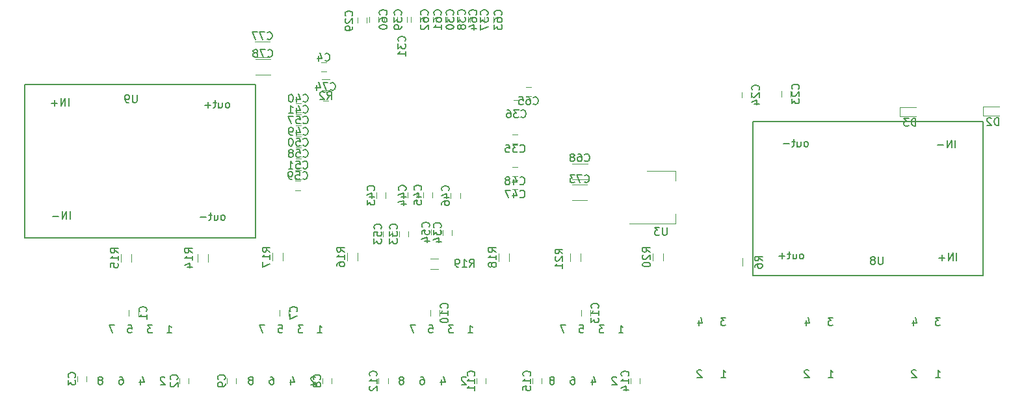
<source format=gbr>
G04 #@! TF.GenerationSoftware,KiCad,Pcbnew,(5.0.2)-1*
G04 #@! TF.CreationDate,2019-03-21T22:25:16+02:00*
G04 #@! TF.ProjectId,AVB switch with Can gateway,41564220-7377-4697-9463-682077697468,v01*
G04 #@! TF.SameCoordinates,Original*
G04 #@! TF.FileFunction,Legend,Bot*
G04 #@! TF.FilePolarity,Positive*
%FSLAX46Y46*%
G04 Gerber Fmt 4.6, Leading zero omitted, Abs format (unit mm)*
G04 Created by KiCad (PCBNEW (5.0.2)-1) date 3/21/2019 10:25:16 PM*
%MOMM*%
%LPD*%
G01*
G04 APERTURE LIST*
%ADD10C,0.150000*%
%ADD11C,0.120000*%
G04 APERTURE END LIST*
D10*
G04 #@! TO.C,U9*
X98076000Y-78668000D02*
X128076000Y-78668000D01*
X128076000Y-78668000D02*
X128076000Y-58668000D01*
X128076000Y-58668000D02*
X98076000Y-58668000D01*
X98076000Y-58668000D02*
X98076000Y-78668000D01*
G04 #@! TO.C,U8*
X222840000Y-63520000D02*
X192840000Y-63520000D01*
X192840000Y-63520000D02*
X192840000Y-83520000D01*
X192840000Y-83520000D02*
X222840000Y-83520000D01*
X222840000Y-83520000D02*
X222840000Y-63520000D01*
D11*
G04 #@! TO.C,C77*
X128000000Y-53082000D02*
X130000000Y-53082000D01*
X130000000Y-55122000D02*
X128000000Y-55122000D01*
G04 #@! TO.C,C78*
X130064000Y-57408000D02*
X128064000Y-57408000D01*
X128064000Y-55368000D02*
X130064000Y-55368000D01*
G04 #@! TO.C,R14*
X120600000Y-80730000D02*
X120600000Y-81730000D01*
X121960000Y-81730000D02*
X121960000Y-80730000D01*
G04 #@! TO.C,R21*
X170460000Y-81660000D02*
X170460000Y-80660000D01*
X169100000Y-80660000D02*
X169100000Y-81660000D01*
G04 #@! TO.C,R19*
X150880000Y-82740000D02*
X151880000Y-82740000D01*
X151880000Y-81380000D02*
X150880000Y-81380000D01*
G04 #@! TO.C,R20*
X181180000Y-81640000D02*
X181180000Y-80640000D01*
X179820000Y-80640000D02*
X179820000Y-81640000D01*
G04 #@! TO.C,R15*
X111910000Y-81740000D02*
X111910000Y-80740000D01*
X110550000Y-80740000D02*
X110550000Y-81740000D01*
G04 #@! TO.C,R16*
X140000000Y-80610000D02*
X140000000Y-81610000D01*
X141360000Y-81610000D02*
X141360000Y-80610000D01*
G04 #@! TO.C,R17*
X131680000Y-81610000D02*
X131680000Y-80610000D01*
X130320000Y-80610000D02*
X130320000Y-81610000D01*
G04 #@! TO.C,R18*
X159750000Y-80660000D02*
X159750000Y-81660000D01*
X161110000Y-81660000D02*
X161110000Y-80660000D01*
G04 #@! TO.C,C4*
X136622000Y-56988000D02*
X137322000Y-56988000D01*
X137322000Y-55788000D02*
X136622000Y-55788000D01*
G04 #@! TO.C,C74*
X136876000Y-60798000D02*
X137576000Y-60798000D01*
X137576000Y-59598000D02*
X136876000Y-59598000D01*
G04 #@! TO.C,C9*
X124370000Y-96910000D02*
X124370000Y-97610000D01*
X125570000Y-97610000D02*
X125570000Y-96910000D01*
G04 #@! TO.C,C14*
X176920000Y-96910000D02*
X176920000Y-97610000D01*
X178120000Y-97610000D02*
X178120000Y-96910000D01*
G04 #@! TO.C,C13*
X171700000Y-88760000D02*
X171700000Y-88060000D01*
X170500000Y-88060000D02*
X170500000Y-88760000D01*
G04 #@! TO.C,C1*
X112830000Y-88760000D02*
X112830000Y-88060000D01*
X111630000Y-88060000D02*
X111630000Y-88760000D01*
G04 #@! TO.C,C2*
X118190000Y-96910000D02*
X118190000Y-97610000D01*
X119390000Y-97610000D02*
X119390000Y-96910000D01*
G04 #@! TO.C,C3*
X104880000Y-96634999D02*
X104880000Y-97334999D01*
X106080000Y-97334999D02*
X106080000Y-96634999D01*
G04 #@! TO.C,C7*
X132453333Y-88760000D02*
X132453333Y-88060000D01*
X131253333Y-88060000D02*
X131253333Y-88760000D01*
G04 #@! TO.C,C8*
X136800000Y-96910000D02*
X136800000Y-97610000D01*
X138000000Y-97610000D02*
X138000000Y-96910000D01*
G04 #@! TO.C,C10*
X152076666Y-88760000D02*
X152076666Y-88060000D01*
X150876666Y-88060000D02*
X150876666Y-88760000D01*
G04 #@! TO.C,C11*
X156860000Y-96910000D02*
X156860000Y-97610000D01*
X158060000Y-97610000D02*
X158060000Y-96910000D01*
G04 #@! TO.C,C12*
X144130000Y-96910000D02*
X144130000Y-97610000D01*
X145330000Y-97610000D02*
X145330000Y-96910000D01*
G04 #@! TO.C,C15*
X164130000Y-96910000D02*
X164130000Y-97610000D01*
X165330000Y-97610000D02*
X165330000Y-96910000D01*
G04 #@! TO.C,C23*
X197820000Y-60230000D02*
X197820000Y-59530000D01*
X196620000Y-59530000D02*
X196620000Y-60230000D01*
G04 #@! TO.C,C24*
X192624000Y-60360000D02*
X192624000Y-59660000D01*
X191424000Y-59660000D02*
X191424000Y-60360000D01*
G04 #@! TO.C,C29*
X142600000Y-50650000D02*
X142600000Y-49950000D01*
X141400000Y-49950000D02*
X141400000Y-50650000D01*
G04 #@! TO.C,C30*
X152806000Y-50550000D02*
X152806000Y-49850000D01*
X151606000Y-49850000D02*
X151606000Y-50550000D01*
G04 #@! TO.C,C31*
X147796000Y-50560000D02*
X147796000Y-49860000D01*
X146596000Y-49860000D02*
X146596000Y-50560000D01*
G04 #@! TO.C,C33*
X146770000Y-77750000D02*
X146770000Y-78450000D01*
X147970000Y-78450000D02*
X147970000Y-77750000D01*
G04 #@! TO.C,C34*
X152470000Y-77590000D02*
X152470000Y-78290000D01*
X153670000Y-78290000D02*
X153670000Y-77590000D01*
G04 #@! TO.C,C35*
X161550000Y-66400000D02*
X162250000Y-66400000D01*
X162250000Y-65200000D02*
X161550000Y-65200000D01*
G04 #@! TO.C,C36*
X161690000Y-61860000D02*
X162390000Y-61860000D01*
X162390000Y-60660000D02*
X161690000Y-60660000D01*
G04 #@! TO.C,C37*
X157276000Y-50570000D02*
X157276000Y-49870000D01*
X156076000Y-49870000D02*
X156076000Y-50570000D01*
G04 #@! TO.C,C38*
X154316000Y-50540000D02*
X154316000Y-49840000D01*
X153116000Y-49840000D02*
X153116000Y-50540000D01*
G04 #@! TO.C,C39*
X146046000Y-50560000D02*
X146046000Y-49860000D01*
X144846000Y-49860000D02*
X144846000Y-50560000D01*
G04 #@! TO.C,C40*
X134020000Y-61120000D02*
X133320000Y-61120000D01*
X133320000Y-62320000D02*
X134020000Y-62320000D01*
G04 #@! TO.C,C41*
X134020000Y-62570000D02*
X133320000Y-62570000D01*
X133320000Y-63770000D02*
X134020000Y-63770000D01*
G04 #@! TO.C,C43*
X143820000Y-72740000D02*
X143820000Y-73440000D01*
X145020000Y-73440000D02*
X145020000Y-72740000D01*
G04 #@! TO.C,C44*
X147900000Y-72730000D02*
X147900000Y-73430000D01*
X149100000Y-73430000D02*
X149100000Y-72730000D01*
G04 #@! TO.C,C45*
X149920000Y-72700000D02*
X149920000Y-73400000D01*
X151120000Y-73400000D02*
X151120000Y-72700000D01*
G04 #@! TO.C,C46*
X153530000Y-72790000D02*
X153530000Y-73490000D01*
X154730000Y-73490000D02*
X154730000Y-72790000D01*
G04 #@! TO.C,C47*
X161550000Y-72325000D02*
X162250000Y-72325000D01*
X162250000Y-71125000D02*
X161550000Y-71125000D01*
G04 #@! TO.C,C48*
X161550000Y-70600000D02*
X162250000Y-70600000D01*
X162250000Y-69400000D02*
X161550000Y-69400000D01*
G04 #@! TO.C,C49*
X134020000Y-65440000D02*
X133320000Y-65440000D01*
X133320000Y-66640000D02*
X134020000Y-66640000D01*
G04 #@! TO.C,C50*
X134010000Y-66860000D02*
X133310000Y-66860000D01*
X133310000Y-68060000D02*
X134010000Y-68060000D01*
G04 #@! TO.C,C51*
X134000000Y-69820000D02*
X133300000Y-69820000D01*
X133300000Y-71020000D02*
X134000000Y-71020000D01*
G04 #@! TO.C,C53*
X144720000Y-77750000D02*
X144720000Y-78450000D01*
X145920000Y-78450000D02*
X145920000Y-77750000D01*
G04 #@! TO.C,C54*
X150960000Y-77530000D02*
X150960000Y-78230000D01*
X152160000Y-78230000D02*
X152160000Y-77530000D01*
G04 #@! TO.C,C57*
X134020000Y-63970000D02*
X133320000Y-63970000D01*
X133320000Y-65170000D02*
X134020000Y-65170000D01*
G04 #@! TO.C,C58*
X134020000Y-68320000D02*
X133320000Y-68320000D01*
X133320000Y-69520000D02*
X134020000Y-69520000D01*
G04 #@! TO.C,C59*
X133960000Y-71220000D02*
X133260000Y-71220000D01*
X133260000Y-72420000D02*
X133960000Y-72420000D01*
G04 #@! TO.C,C60*
X144126000Y-50550000D02*
X144126000Y-49850000D01*
X142926000Y-49850000D02*
X142926000Y-50550000D01*
G04 #@! TO.C,C61*
X151196000Y-50560000D02*
X151196000Y-49860000D01*
X149996000Y-49860000D02*
X149996000Y-50560000D01*
G04 #@! TO.C,C62*
X149496000Y-50560000D02*
X149496000Y-49860000D01*
X148296000Y-49860000D02*
X148296000Y-50560000D01*
G04 #@! TO.C,C63*
X159096000Y-50576000D02*
X159096000Y-49876000D01*
X157896000Y-49876000D02*
X157896000Y-50576000D01*
G04 #@! TO.C,C64*
X155806000Y-50550000D02*
X155806000Y-49850000D01*
X154606000Y-49850000D02*
X154606000Y-50550000D01*
G04 #@! TO.C,C65*
X163290000Y-60160000D02*
X163990000Y-60160000D01*
X163990000Y-58960000D02*
X163290000Y-58960000D01*
G04 #@! TO.C,D2*
X222820000Y-62710000D02*
X222820000Y-61570000D01*
X222820000Y-61570000D02*
X224920000Y-61570000D01*
X222820000Y-62710000D02*
X224920000Y-62710000D01*
G04 #@! TO.C,D3*
X212030000Y-62770000D02*
X212030000Y-61630000D01*
X212030000Y-61630000D02*
X214130000Y-61630000D01*
X212030000Y-62770000D02*
X214130000Y-62770000D01*
G04 #@! TO.C,R2*
X137750000Y-58020000D02*
X136750000Y-58020000D01*
X136750000Y-59380000D02*
X137750000Y-59380000D01*
G04 #@! TO.C,R6*
X191520000Y-81300000D02*
X191520000Y-82300000D01*
X192880000Y-82300000D02*
X192880000Y-81300000D01*
G04 #@! TO.C,C68*
X169325000Y-68955000D02*
X171325000Y-68955000D01*
X171325000Y-70995000D02*
X169325000Y-70995000D01*
G04 #@! TO.C,C73*
X169300000Y-71705000D02*
X171300000Y-71705000D01*
X171300000Y-73745000D02*
X169300000Y-73745000D01*
G04 #@! TO.C,U3*
X182820000Y-69920000D02*
X182820000Y-71180000D01*
X182820000Y-76740000D02*
X182820000Y-75480000D01*
X179060000Y-69920000D02*
X182820000Y-69920000D01*
X176810000Y-76740000D02*
X182820000Y-76740000D01*
G04 #@! TO.C,U9*
D10*
X112657904Y-60000380D02*
X112657904Y-60809904D01*
X112610285Y-60905142D01*
X112562666Y-60952761D01*
X112467428Y-61000380D01*
X112276952Y-61000380D01*
X112181714Y-60952761D01*
X112134095Y-60905142D01*
X112086476Y-60809904D01*
X112086476Y-60000380D01*
X111562666Y-61000380D02*
X111372190Y-61000380D01*
X111276952Y-60952761D01*
X111229333Y-60905142D01*
X111134095Y-60762285D01*
X111086476Y-60571809D01*
X111086476Y-60190857D01*
X111134095Y-60095619D01*
X111181714Y-60048000D01*
X111276952Y-60000380D01*
X111467428Y-60000380D01*
X111562666Y-60048000D01*
X111610285Y-60095619D01*
X111657904Y-60190857D01*
X111657904Y-60428952D01*
X111610285Y-60524190D01*
X111562666Y-60571809D01*
X111467428Y-60619428D01*
X111276952Y-60619428D01*
X111181714Y-60571809D01*
X111134095Y-60524190D01*
X111086476Y-60428952D01*
X123914571Y-76330380D02*
X124009809Y-76282761D01*
X124057428Y-76235142D01*
X124105047Y-76139904D01*
X124105047Y-75854190D01*
X124057428Y-75758952D01*
X124009809Y-75711333D01*
X123914571Y-75663714D01*
X123771714Y-75663714D01*
X123676476Y-75711333D01*
X123628857Y-75758952D01*
X123581238Y-75854190D01*
X123581238Y-76139904D01*
X123628857Y-76235142D01*
X123676476Y-76282761D01*
X123771714Y-76330380D01*
X123914571Y-76330380D01*
X122724095Y-75663714D02*
X122724095Y-76330380D01*
X123152666Y-75663714D02*
X123152666Y-76187523D01*
X123105047Y-76282761D01*
X123009809Y-76330380D01*
X122866952Y-76330380D01*
X122771714Y-76282761D01*
X122724095Y-76235142D01*
X122390761Y-75663714D02*
X122009809Y-75663714D01*
X122247904Y-75330380D02*
X122247904Y-76187523D01*
X122200285Y-76282761D01*
X122105047Y-76330380D01*
X122009809Y-76330380D01*
X121676476Y-75949428D02*
X120914571Y-75949428D01*
X124504571Y-61710380D02*
X124599809Y-61662761D01*
X124647428Y-61615142D01*
X124695047Y-61519904D01*
X124695047Y-61234190D01*
X124647428Y-61138952D01*
X124599809Y-61091333D01*
X124504571Y-61043714D01*
X124361714Y-61043714D01*
X124266476Y-61091333D01*
X124218857Y-61138952D01*
X124171238Y-61234190D01*
X124171238Y-61519904D01*
X124218857Y-61615142D01*
X124266476Y-61662761D01*
X124361714Y-61710380D01*
X124504571Y-61710380D01*
X123314095Y-61043714D02*
X123314095Y-61710380D01*
X123742666Y-61043714D02*
X123742666Y-61567523D01*
X123695047Y-61662761D01*
X123599809Y-61710380D01*
X123456952Y-61710380D01*
X123361714Y-61662761D01*
X123314095Y-61615142D01*
X122980761Y-61043714D02*
X122599809Y-61043714D01*
X122837904Y-60710380D02*
X122837904Y-61567523D01*
X122790285Y-61662761D01*
X122695047Y-61710380D01*
X122599809Y-61710380D01*
X122266476Y-61329428D02*
X121504571Y-61329428D01*
X121885523Y-61710380D02*
X121885523Y-60948476D01*
X103978857Y-76190380D02*
X103978857Y-75190380D01*
X103502666Y-76190380D02*
X103502666Y-75190380D01*
X102931238Y-76190380D01*
X102931238Y-75190380D01*
X102455047Y-75809428D02*
X101693142Y-75809428D01*
X103808857Y-61470380D02*
X103808857Y-60470380D01*
X103332666Y-61470380D02*
X103332666Y-60470380D01*
X102761238Y-61470380D01*
X102761238Y-60470380D01*
X102285047Y-61089428D02*
X101523142Y-61089428D01*
X101904095Y-61470380D02*
X101904095Y-60708476D01*
G04 #@! TO.C,U8*
X209781904Y-81092380D02*
X209781904Y-81901904D01*
X209734285Y-81997142D01*
X209686666Y-82044761D01*
X209591428Y-82092380D01*
X209400952Y-82092380D01*
X209305714Y-82044761D01*
X209258095Y-81997142D01*
X209210476Y-81901904D01*
X209210476Y-81092380D01*
X208591428Y-81520952D02*
X208686666Y-81473333D01*
X208734285Y-81425714D01*
X208781904Y-81330476D01*
X208781904Y-81282857D01*
X208734285Y-81187619D01*
X208686666Y-81140000D01*
X208591428Y-81092380D01*
X208400952Y-81092380D01*
X208305714Y-81140000D01*
X208258095Y-81187619D01*
X208210476Y-81282857D01*
X208210476Y-81330476D01*
X208258095Y-81425714D01*
X208305714Y-81473333D01*
X208400952Y-81520952D01*
X208591428Y-81520952D01*
X208686666Y-81568571D01*
X208734285Y-81616190D01*
X208781904Y-81711428D01*
X208781904Y-81901904D01*
X208734285Y-81997142D01*
X208686666Y-82044761D01*
X208591428Y-82092380D01*
X208400952Y-82092380D01*
X208305714Y-82044761D01*
X208258095Y-81997142D01*
X208210476Y-81901904D01*
X208210476Y-81711428D01*
X208258095Y-81616190D01*
X208305714Y-81568571D01*
X208400952Y-81520952D01*
X199858571Y-66762380D02*
X199953809Y-66714761D01*
X200001428Y-66667142D01*
X200049047Y-66571904D01*
X200049047Y-66286190D01*
X200001428Y-66190952D01*
X199953809Y-66143333D01*
X199858571Y-66095714D01*
X199715714Y-66095714D01*
X199620476Y-66143333D01*
X199572857Y-66190952D01*
X199525238Y-66286190D01*
X199525238Y-66571904D01*
X199572857Y-66667142D01*
X199620476Y-66714761D01*
X199715714Y-66762380D01*
X199858571Y-66762380D01*
X198668095Y-66095714D02*
X198668095Y-66762380D01*
X199096666Y-66095714D02*
X199096666Y-66619523D01*
X199049047Y-66714761D01*
X198953809Y-66762380D01*
X198810952Y-66762380D01*
X198715714Y-66714761D01*
X198668095Y-66667142D01*
X198334761Y-66095714D02*
X197953809Y-66095714D01*
X198191904Y-65762380D02*
X198191904Y-66619523D01*
X198144285Y-66714761D01*
X198049047Y-66762380D01*
X197953809Y-66762380D01*
X197620476Y-66381428D02*
X196858571Y-66381428D01*
X199268571Y-81382380D02*
X199363809Y-81334761D01*
X199411428Y-81287142D01*
X199459047Y-81191904D01*
X199459047Y-80906190D01*
X199411428Y-80810952D01*
X199363809Y-80763333D01*
X199268571Y-80715714D01*
X199125714Y-80715714D01*
X199030476Y-80763333D01*
X198982857Y-80810952D01*
X198935238Y-80906190D01*
X198935238Y-81191904D01*
X198982857Y-81287142D01*
X199030476Y-81334761D01*
X199125714Y-81382380D01*
X199268571Y-81382380D01*
X198078095Y-80715714D02*
X198078095Y-81382380D01*
X198506666Y-80715714D02*
X198506666Y-81239523D01*
X198459047Y-81334761D01*
X198363809Y-81382380D01*
X198220952Y-81382380D01*
X198125714Y-81334761D01*
X198078095Y-81287142D01*
X197744761Y-80715714D02*
X197363809Y-80715714D01*
X197601904Y-80382380D02*
X197601904Y-81239523D01*
X197554285Y-81334761D01*
X197459047Y-81382380D01*
X197363809Y-81382380D01*
X197030476Y-81001428D02*
X196268571Y-81001428D01*
X196649523Y-81382380D02*
X196649523Y-80620476D01*
X219222857Y-66902380D02*
X219222857Y-65902380D01*
X218746666Y-66902380D02*
X218746666Y-65902380D01*
X218175238Y-66902380D01*
X218175238Y-65902380D01*
X217699047Y-66521428D02*
X216937142Y-66521428D01*
X219392857Y-81622380D02*
X219392857Y-80622380D01*
X218916666Y-81622380D02*
X218916666Y-80622380D01*
X218345238Y-81622380D01*
X218345238Y-80622380D01*
X217869047Y-81241428D02*
X217107142Y-81241428D01*
X217488095Y-81622380D02*
X217488095Y-80860476D01*
G04 #@! TO.C,C77*
X129642857Y-52709142D02*
X129690476Y-52756761D01*
X129833333Y-52804380D01*
X129928571Y-52804380D01*
X130071428Y-52756761D01*
X130166666Y-52661523D01*
X130214285Y-52566285D01*
X130261904Y-52375809D01*
X130261904Y-52232952D01*
X130214285Y-52042476D01*
X130166666Y-51947238D01*
X130071428Y-51852000D01*
X129928571Y-51804380D01*
X129833333Y-51804380D01*
X129690476Y-51852000D01*
X129642857Y-51899619D01*
X129309523Y-51804380D02*
X128642857Y-51804380D01*
X129071428Y-52804380D01*
X128357142Y-51804380D02*
X127690476Y-51804380D01*
X128119047Y-52804380D01*
G04 #@! TO.C,C78*
X129706857Y-54995142D02*
X129754476Y-55042761D01*
X129897333Y-55090380D01*
X129992571Y-55090380D01*
X130135428Y-55042761D01*
X130230666Y-54947523D01*
X130278285Y-54852285D01*
X130325904Y-54661809D01*
X130325904Y-54518952D01*
X130278285Y-54328476D01*
X130230666Y-54233238D01*
X130135428Y-54138000D01*
X129992571Y-54090380D01*
X129897333Y-54090380D01*
X129754476Y-54138000D01*
X129706857Y-54185619D01*
X129373523Y-54090380D02*
X128706857Y-54090380D01*
X129135428Y-55090380D01*
X128183047Y-54518952D02*
X128278285Y-54471333D01*
X128325904Y-54423714D01*
X128373523Y-54328476D01*
X128373523Y-54280857D01*
X128325904Y-54185619D01*
X128278285Y-54138000D01*
X128183047Y-54090380D01*
X127992571Y-54090380D01*
X127897333Y-54138000D01*
X127849714Y-54185619D01*
X127802095Y-54280857D01*
X127802095Y-54328476D01*
X127849714Y-54423714D01*
X127897333Y-54471333D01*
X127992571Y-54518952D01*
X128183047Y-54518952D01*
X128278285Y-54566571D01*
X128325904Y-54614190D01*
X128373523Y-54709428D01*
X128373523Y-54899904D01*
X128325904Y-54995142D01*
X128278285Y-55042761D01*
X128183047Y-55090380D01*
X127992571Y-55090380D01*
X127897333Y-55042761D01*
X127849714Y-54995142D01*
X127802095Y-54899904D01*
X127802095Y-54709428D01*
X127849714Y-54614190D01*
X127897333Y-54566571D01*
X127992571Y-54518952D01*
G04 #@! TO.C,R14*
X119892380Y-80597142D02*
X119416190Y-80263809D01*
X119892380Y-80025714D02*
X118892380Y-80025714D01*
X118892380Y-80406666D01*
X118940000Y-80501904D01*
X118987619Y-80549523D01*
X119082857Y-80597142D01*
X119225714Y-80597142D01*
X119320952Y-80549523D01*
X119368571Y-80501904D01*
X119416190Y-80406666D01*
X119416190Y-80025714D01*
X119892380Y-81549523D02*
X119892380Y-80978095D01*
X119892380Y-81263809D02*
X118892380Y-81263809D01*
X119035238Y-81168571D01*
X119130476Y-81073333D01*
X119178095Y-80978095D01*
X119225714Y-82406666D02*
X119892380Y-82406666D01*
X118844761Y-82168571D02*
X119559047Y-81930476D01*
X119559047Y-82549523D01*
G04 #@! TO.C,R21*
X168092380Y-80697142D02*
X167616190Y-80363809D01*
X168092380Y-80125714D02*
X167092380Y-80125714D01*
X167092380Y-80506666D01*
X167140000Y-80601904D01*
X167187619Y-80649523D01*
X167282857Y-80697142D01*
X167425714Y-80697142D01*
X167520952Y-80649523D01*
X167568571Y-80601904D01*
X167616190Y-80506666D01*
X167616190Y-80125714D01*
X167187619Y-81078095D02*
X167140000Y-81125714D01*
X167092380Y-81220952D01*
X167092380Y-81459047D01*
X167140000Y-81554285D01*
X167187619Y-81601904D01*
X167282857Y-81649523D01*
X167378095Y-81649523D01*
X167520952Y-81601904D01*
X168092380Y-81030476D01*
X168092380Y-81649523D01*
X168092380Y-82601904D02*
X168092380Y-82030476D01*
X168092380Y-82316190D02*
X167092380Y-82316190D01*
X167235238Y-82220952D01*
X167330476Y-82125714D01*
X167378095Y-82030476D01*
G04 #@! TO.C,R19*
X155982857Y-82412380D02*
X156316190Y-81936190D01*
X156554285Y-82412380D02*
X156554285Y-81412380D01*
X156173333Y-81412380D01*
X156078095Y-81460000D01*
X156030476Y-81507619D01*
X155982857Y-81602857D01*
X155982857Y-81745714D01*
X156030476Y-81840952D01*
X156078095Y-81888571D01*
X156173333Y-81936190D01*
X156554285Y-81936190D01*
X155030476Y-82412380D02*
X155601904Y-82412380D01*
X155316190Y-82412380D02*
X155316190Y-81412380D01*
X155411428Y-81555238D01*
X155506666Y-81650476D01*
X155601904Y-81698095D01*
X154554285Y-82412380D02*
X154363809Y-82412380D01*
X154268571Y-82364761D01*
X154220952Y-82317142D01*
X154125714Y-82174285D01*
X154078095Y-81983809D01*
X154078095Y-81602857D01*
X154125714Y-81507619D01*
X154173333Y-81460000D01*
X154268571Y-81412380D01*
X154459047Y-81412380D01*
X154554285Y-81460000D01*
X154601904Y-81507619D01*
X154649523Y-81602857D01*
X154649523Y-81840952D01*
X154601904Y-81936190D01*
X154554285Y-81983809D01*
X154459047Y-82031428D01*
X154268571Y-82031428D01*
X154173333Y-81983809D01*
X154125714Y-81936190D01*
X154078095Y-81840952D01*
G04 #@! TO.C,R20*
X179502380Y-80497142D02*
X179026190Y-80163809D01*
X179502380Y-79925714D02*
X178502380Y-79925714D01*
X178502380Y-80306666D01*
X178550000Y-80401904D01*
X178597619Y-80449523D01*
X178692857Y-80497142D01*
X178835714Y-80497142D01*
X178930952Y-80449523D01*
X178978571Y-80401904D01*
X179026190Y-80306666D01*
X179026190Y-79925714D01*
X178597619Y-80878095D02*
X178550000Y-80925714D01*
X178502380Y-81020952D01*
X178502380Y-81259047D01*
X178550000Y-81354285D01*
X178597619Y-81401904D01*
X178692857Y-81449523D01*
X178788095Y-81449523D01*
X178930952Y-81401904D01*
X179502380Y-80830476D01*
X179502380Y-81449523D01*
X178502380Y-82068571D02*
X178502380Y-82163809D01*
X178550000Y-82259047D01*
X178597619Y-82306666D01*
X178692857Y-82354285D01*
X178883333Y-82401904D01*
X179121428Y-82401904D01*
X179311904Y-82354285D01*
X179407142Y-82306666D01*
X179454761Y-82259047D01*
X179502380Y-82163809D01*
X179502380Y-82068571D01*
X179454761Y-81973333D01*
X179407142Y-81925714D01*
X179311904Y-81878095D01*
X179121428Y-81830476D01*
X178883333Y-81830476D01*
X178692857Y-81878095D01*
X178597619Y-81925714D01*
X178550000Y-81973333D01*
X178502380Y-82068571D01*
G04 #@! TO.C,R15*
X110232380Y-80597142D02*
X109756190Y-80263809D01*
X110232380Y-80025714D02*
X109232380Y-80025714D01*
X109232380Y-80406666D01*
X109280000Y-80501904D01*
X109327619Y-80549523D01*
X109422857Y-80597142D01*
X109565714Y-80597142D01*
X109660952Y-80549523D01*
X109708571Y-80501904D01*
X109756190Y-80406666D01*
X109756190Y-80025714D01*
X110232380Y-81549523D02*
X110232380Y-80978095D01*
X110232380Y-81263809D02*
X109232380Y-81263809D01*
X109375238Y-81168571D01*
X109470476Y-81073333D01*
X109518095Y-80978095D01*
X109232380Y-82454285D02*
X109232380Y-81978095D01*
X109708571Y-81930476D01*
X109660952Y-81978095D01*
X109613333Y-82073333D01*
X109613333Y-82311428D01*
X109660952Y-82406666D01*
X109708571Y-82454285D01*
X109803809Y-82501904D01*
X110041904Y-82501904D01*
X110137142Y-82454285D01*
X110184761Y-82406666D01*
X110232380Y-82311428D01*
X110232380Y-82073333D01*
X110184761Y-81978095D01*
X110137142Y-81930476D01*
G04 #@! TO.C,R16*
X139682380Y-80467142D02*
X139206190Y-80133809D01*
X139682380Y-79895714D02*
X138682380Y-79895714D01*
X138682380Y-80276666D01*
X138730000Y-80371904D01*
X138777619Y-80419523D01*
X138872857Y-80467142D01*
X139015714Y-80467142D01*
X139110952Y-80419523D01*
X139158571Y-80371904D01*
X139206190Y-80276666D01*
X139206190Y-79895714D01*
X139682380Y-81419523D02*
X139682380Y-80848095D01*
X139682380Y-81133809D02*
X138682380Y-81133809D01*
X138825238Y-81038571D01*
X138920476Y-80943333D01*
X138968095Y-80848095D01*
X138682380Y-82276666D02*
X138682380Y-82086190D01*
X138730000Y-81990952D01*
X138777619Y-81943333D01*
X138920476Y-81848095D01*
X139110952Y-81800476D01*
X139491904Y-81800476D01*
X139587142Y-81848095D01*
X139634761Y-81895714D01*
X139682380Y-81990952D01*
X139682380Y-82181428D01*
X139634761Y-82276666D01*
X139587142Y-82324285D01*
X139491904Y-82371904D01*
X139253809Y-82371904D01*
X139158571Y-82324285D01*
X139110952Y-82276666D01*
X139063333Y-82181428D01*
X139063333Y-81990952D01*
X139110952Y-81895714D01*
X139158571Y-81848095D01*
X139253809Y-81800476D01*
G04 #@! TO.C,R17*
X130002380Y-80467142D02*
X129526190Y-80133809D01*
X130002380Y-79895714D02*
X129002380Y-79895714D01*
X129002380Y-80276666D01*
X129050000Y-80371904D01*
X129097619Y-80419523D01*
X129192857Y-80467142D01*
X129335714Y-80467142D01*
X129430952Y-80419523D01*
X129478571Y-80371904D01*
X129526190Y-80276666D01*
X129526190Y-79895714D01*
X130002380Y-81419523D02*
X130002380Y-80848095D01*
X130002380Y-81133809D02*
X129002380Y-81133809D01*
X129145238Y-81038571D01*
X129240476Y-80943333D01*
X129288095Y-80848095D01*
X129002380Y-81752857D02*
X129002380Y-82419523D01*
X130002380Y-81990952D01*
G04 #@! TO.C,R18*
X159432380Y-80517142D02*
X158956190Y-80183809D01*
X159432380Y-79945714D02*
X158432380Y-79945714D01*
X158432380Y-80326666D01*
X158480000Y-80421904D01*
X158527619Y-80469523D01*
X158622857Y-80517142D01*
X158765714Y-80517142D01*
X158860952Y-80469523D01*
X158908571Y-80421904D01*
X158956190Y-80326666D01*
X158956190Y-79945714D01*
X159432380Y-81469523D02*
X159432380Y-80898095D01*
X159432380Y-81183809D02*
X158432380Y-81183809D01*
X158575238Y-81088571D01*
X158670476Y-80993333D01*
X158718095Y-80898095D01*
X158860952Y-82040952D02*
X158813333Y-81945714D01*
X158765714Y-81898095D01*
X158670476Y-81850476D01*
X158622857Y-81850476D01*
X158527619Y-81898095D01*
X158480000Y-81945714D01*
X158432380Y-82040952D01*
X158432380Y-82231428D01*
X158480000Y-82326666D01*
X158527619Y-82374285D01*
X158622857Y-82421904D01*
X158670476Y-82421904D01*
X158765714Y-82374285D01*
X158813333Y-82326666D01*
X158860952Y-82231428D01*
X158860952Y-82040952D01*
X158908571Y-81945714D01*
X158956190Y-81898095D01*
X159051428Y-81850476D01*
X159241904Y-81850476D01*
X159337142Y-81898095D01*
X159384761Y-81945714D01*
X159432380Y-82040952D01*
X159432380Y-82231428D01*
X159384761Y-82326666D01*
X159337142Y-82374285D01*
X159241904Y-82421904D01*
X159051428Y-82421904D01*
X158956190Y-82374285D01*
X158908571Y-82326666D01*
X158860952Y-82231428D01*
G04 #@! TO.C,C4*
X137138666Y-55495142D02*
X137186285Y-55542761D01*
X137329142Y-55590380D01*
X137424380Y-55590380D01*
X137567238Y-55542761D01*
X137662476Y-55447523D01*
X137710095Y-55352285D01*
X137757714Y-55161809D01*
X137757714Y-55018952D01*
X137710095Y-54828476D01*
X137662476Y-54733238D01*
X137567238Y-54638000D01*
X137424380Y-54590380D01*
X137329142Y-54590380D01*
X137186285Y-54638000D01*
X137138666Y-54685619D01*
X136281523Y-54923714D02*
X136281523Y-55590380D01*
X136519619Y-54542761D02*
X136757714Y-55257047D01*
X136138666Y-55257047D01*
G04 #@! TO.C,J8*
X175386260Y-91041312D02*
X175957689Y-91041312D01*
X175671975Y-91041312D02*
X175671975Y-90041312D01*
X175767213Y-90184170D01*
X175862451Y-90279408D01*
X175957689Y-90327027D01*
X175095714Y-96827619D02*
X175048095Y-96780000D01*
X174952857Y-96732380D01*
X174714761Y-96732380D01*
X174619523Y-96780000D01*
X174571904Y-96827619D01*
X174524285Y-96922857D01*
X174524285Y-97018095D01*
X174571904Y-97160952D01*
X175143333Y-97732380D01*
X174524285Y-97732380D01*
X173475308Y-90021312D02*
X172856260Y-90021312D01*
X173189594Y-90402265D01*
X173046736Y-90402265D01*
X172951498Y-90449884D01*
X172903879Y-90497503D01*
X172856260Y-90592741D01*
X172856260Y-90830836D01*
X172903879Y-90926074D01*
X172951498Y-90973693D01*
X173046736Y-91021312D01*
X173332451Y-91021312D01*
X173427689Y-90973693D01*
X173475308Y-90926074D01*
X171916190Y-97065714D02*
X171916190Y-97732380D01*
X172154286Y-96684761D02*
X172392381Y-97399047D01*
X171773333Y-97399047D01*
X170283879Y-89991312D02*
X170760070Y-89991312D01*
X170807689Y-90467503D01*
X170760070Y-90419884D01*
X170664832Y-90372265D01*
X170426736Y-90372265D01*
X170331498Y-90419884D01*
X170283879Y-90467503D01*
X170236260Y-90562741D01*
X170236260Y-90800836D01*
X170283879Y-90896074D01*
X170331498Y-90943693D01*
X170426736Y-90991312D01*
X170664832Y-90991312D01*
X170760070Y-90943693D01*
X170807689Y-90896074D01*
X169212857Y-96732380D02*
X169403334Y-96732380D01*
X169498572Y-96780000D01*
X169546191Y-96827619D01*
X169641429Y-96970476D01*
X169689048Y-97160952D01*
X169689048Y-97541904D01*
X169641429Y-97637142D01*
X169593810Y-97684761D01*
X169498572Y-97732380D01*
X169308095Y-97732380D01*
X169212857Y-97684761D01*
X169165238Y-97637142D01*
X169117619Y-97541904D01*
X169117619Y-97303809D01*
X169165238Y-97208571D01*
X169212857Y-97160952D01*
X169308095Y-97113333D01*
X169498572Y-97113333D01*
X169593810Y-97160952D01*
X169641429Y-97208571D01*
X169689048Y-97303809D01*
X168495308Y-89991312D02*
X167828641Y-89991312D01*
X168257213Y-90991312D01*
X166795238Y-97160952D02*
X166890476Y-97113333D01*
X166938095Y-97065714D01*
X166985714Y-96970476D01*
X166985714Y-96922857D01*
X166938095Y-96827619D01*
X166890476Y-96780000D01*
X166795238Y-96732380D01*
X166604761Y-96732380D01*
X166509523Y-96780000D01*
X166461904Y-96827619D01*
X166414285Y-96922857D01*
X166414285Y-96970476D01*
X166461904Y-97065714D01*
X166509523Y-97113333D01*
X166604761Y-97160952D01*
X166795238Y-97160952D01*
X166890476Y-97208571D01*
X166938095Y-97256190D01*
X166985714Y-97351428D01*
X166985714Y-97541904D01*
X166938095Y-97637142D01*
X166890476Y-97684761D01*
X166795238Y-97732380D01*
X166604761Y-97732380D01*
X166509523Y-97684761D01*
X166461904Y-97637142D01*
X166414285Y-97541904D01*
X166414285Y-97351428D01*
X166461904Y-97256190D01*
X166509523Y-97208571D01*
X166604761Y-97160952D01*
G04 #@! TO.C,C74*
X137868857Y-59305142D02*
X137916476Y-59352761D01*
X138059333Y-59400380D01*
X138154571Y-59400380D01*
X138297428Y-59352761D01*
X138392666Y-59257523D01*
X138440285Y-59162285D01*
X138487904Y-58971809D01*
X138487904Y-58828952D01*
X138440285Y-58638476D01*
X138392666Y-58543238D01*
X138297428Y-58448000D01*
X138154571Y-58400380D01*
X138059333Y-58400380D01*
X137916476Y-58448000D01*
X137868857Y-58495619D01*
X137535523Y-58400380D02*
X136868857Y-58400380D01*
X137297428Y-59400380D01*
X136059333Y-58733714D02*
X136059333Y-59400380D01*
X136297428Y-58352761D02*
X136535523Y-59067047D01*
X135916476Y-59067047D01*
G04 #@! TO.C,J7*
X155782926Y-91041312D02*
X156354355Y-91041312D01*
X156068641Y-91041312D02*
X156068641Y-90041312D01*
X156163879Y-90184170D01*
X156259117Y-90279408D01*
X156354355Y-90327027D01*
X155492380Y-96827619D02*
X155444761Y-96780000D01*
X155349523Y-96732380D01*
X155111427Y-96732380D01*
X155016189Y-96780000D01*
X154968570Y-96827619D01*
X154920951Y-96922857D01*
X154920951Y-97018095D01*
X154968570Y-97160952D01*
X155539999Y-97732380D01*
X154920951Y-97732380D01*
X153871974Y-90021312D02*
X153252926Y-90021312D01*
X153586260Y-90402265D01*
X153443402Y-90402265D01*
X153348164Y-90449884D01*
X153300545Y-90497503D01*
X153252926Y-90592741D01*
X153252926Y-90830836D01*
X153300545Y-90926074D01*
X153348164Y-90973693D01*
X153443402Y-91021312D01*
X153729117Y-91021312D01*
X153824355Y-90973693D01*
X153871974Y-90926074D01*
X152312856Y-97065714D02*
X152312856Y-97732380D01*
X152550952Y-96684761D02*
X152789047Y-97399047D01*
X152169999Y-97399047D01*
X150680545Y-89991312D02*
X151156736Y-89991312D01*
X151204355Y-90467503D01*
X151156736Y-90419884D01*
X151061498Y-90372265D01*
X150823402Y-90372265D01*
X150728164Y-90419884D01*
X150680545Y-90467503D01*
X150632926Y-90562741D01*
X150632926Y-90800836D01*
X150680545Y-90896074D01*
X150728164Y-90943693D01*
X150823402Y-90991312D01*
X151061498Y-90991312D01*
X151156736Y-90943693D01*
X151204355Y-90896074D01*
X149609523Y-96732380D02*
X149800000Y-96732380D01*
X149895238Y-96780000D01*
X149942857Y-96827619D01*
X150038095Y-96970476D01*
X150085714Y-97160952D01*
X150085714Y-97541904D01*
X150038095Y-97637142D01*
X149990476Y-97684761D01*
X149895238Y-97732380D01*
X149704761Y-97732380D01*
X149609523Y-97684761D01*
X149561904Y-97637142D01*
X149514285Y-97541904D01*
X149514285Y-97303809D01*
X149561904Y-97208571D01*
X149609523Y-97160952D01*
X149704761Y-97113333D01*
X149895238Y-97113333D01*
X149990476Y-97160952D01*
X150038095Y-97208571D01*
X150085714Y-97303809D01*
X148891974Y-89991312D02*
X148225307Y-89991312D01*
X148653879Y-90991312D01*
X147191904Y-97160952D02*
X147287142Y-97113333D01*
X147334761Y-97065714D01*
X147382380Y-96970476D01*
X147382380Y-96922857D01*
X147334761Y-96827619D01*
X147287142Y-96780000D01*
X147191904Y-96732380D01*
X147001427Y-96732380D01*
X146906189Y-96780000D01*
X146858570Y-96827619D01*
X146810951Y-96922857D01*
X146810951Y-96970476D01*
X146858570Y-97065714D01*
X146906189Y-97113333D01*
X147001427Y-97160952D01*
X147191904Y-97160952D01*
X147287142Y-97208571D01*
X147334761Y-97256190D01*
X147382380Y-97351428D01*
X147382380Y-97541904D01*
X147334761Y-97637142D01*
X147287142Y-97684761D01*
X147191904Y-97732380D01*
X147001427Y-97732380D01*
X146906189Y-97684761D01*
X146858570Y-97637142D01*
X146810951Y-97541904D01*
X146810951Y-97351428D01*
X146858570Y-97256190D01*
X146906189Y-97208571D01*
X147001427Y-97160952D01*
G04 #@! TO.C,C9*
X124077142Y-97093333D02*
X124124761Y-97045714D01*
X124172380Y-96902857D01*
X124172380Y-96807619D01*
X124124761Y-96664761D01*
X124029523Y-96569523D01*
X123934285Y-96521904D01*
X123743809Y-96474285D01*
X123600952Y-96474285D01*
X123410476Y-96521904D01*
X123315238Y-96569523D01*
X123220000Y-96664761D01*
X123172380Y-96807619D01*
X123172380Y-96902857D01*
X123220000Y-97045714D01*
X123267619Y-97093333D01*
X124172380Y-97569523D02*
X124172380Y-97760000D01*
X124124761Y-97855238D01*
X124077142Y-97902857D01*
X123934285Y-97998095D01*
X123743809Y-98045714D01*
X123362857Y-98045714D01*
X123267619Y-97998095D01*
X123220000Y-97950476D01*
X123172380Y-97855238D01*
X123172380Y-97664761D01*
X123220000Y-97569523D01*
X123267619Y-97521904D01*
X123362857Y-97474285D01*
X123600952Y-97474285D01*
X123696190Y-97521904D01*
X123743809Y-97569523D01*
X123791428Y-97664761D01*
X123791428Y-97855238D01*
X123743809Y-97950476D01*
X123696190Y-97998095D01*
X123600952Y-98045714D01*
G04 #@! TO.C,C14*
X176627142Y-96617142D02*
X176674761Y-96569523D01*
X176722380Y-96426666D01*
X176722380Y-96331428D01*
X176674761Y-96188571D01*
X176579523Y-96093333D01*
X176484285Y-96045714D01*
X176293809Y-95998095D01*
X176150952Y-95998095D01*
X175960476Y-96045714D01*
X175865238Y-96093333D01*
X175770000Y-96188571D01*
X175722380Y-96331428D01*
X175722380Y-96426666D01*
X175770000Y-96569523D01*
X175817619Y-96617142D01*
X176722380Y-97569523D02*
X176722380Y-96998095D01*
X176722380Y-97283809D02*
X175722380Y-97283809D01*
X175865238Y-97188571D01*
X175960476Y-97093333D01*
X176008095Y-96998095D01*
X176055714Y-98426666D02*
X176722380Y-98426666D01*
X175674761Y-98188571D02*
X176389047Y-97950476D01*
X176389047Y-98569523D01*
G04 #@! TO.C,C13*
X172707142Y-87767142D02*
X172754761Y-87719523D01*
X172802380Y-87576666D01*
X172802380Y-87481428D01*
X172754761Y-87338571D01*
X172659523Y-87243333D01*
X172564285Y-87195714D01*
X172373809Y-87148095D01*
X172230952Y-87148095D01*
X172040476Y-87195714D01*
X171945238Y-87243333D01*
X171850000Y-87338571D01*
X171802380Y-87481428D01*
X171802380Y-87576666D01*
X171850000Y-87719523D01*
X171897619Y-87767142D01*
X172802380Y-88719523D02*
X172802380Y-88148095D01*
X172802380Y-88433809D02*
X171802380Y-88433809D01*
X171945238Y-88338571D01*
X172040476Y-88243333D01*
X172088095Y-88148095D01*
X171802380Y-89052857D02*
X171802380Y-89671904D01*
X172183333Y-89338571D01*
X172183333Y-89481428D01*
X172230952Y-89576666D01*
X172278571Y-89624285D01*
X172373809Y-89671904D01*
X172611904Y-89671904D01*
X172707142Y-89624285D01*
X172754761Y-89576666D01*
X172802380Y-89481428D01*
X172802380Y-89195714D01*
X172754761Y-89100476D01*
X172707142Y-89052857D01*
G04 #@! TO.C,J6*
X136179593Y-91041312D02*
X136751022Y-91041312D01*
X136465308Y-91041312D02*
X136465308Y-90041312D01*
X136560546Y-90184170D01*
X136655784Y-90279408D01*
X136751022Y-90327027D01*
X135889047Y-96827619D02*
X135841428Y-96780000D01*
X135746190Y-96732380D01*
X135508094Y-96732380D01*
X135412856Y-96780000D01*
X135365237Y-96827619D01*
X135317618Y-96922857D01*
X135317618Y-97018095D01*
X135365237Y-97160952D01*
X135936666Y-97732380D01*
X135317618Y-97732380D01*
X134268641Y-90021312D02*
X133649593Y-90021312D01*
X133982927Y-90402265D01*
X133840069Y-90402265D01*
X133744831Y-90449884D01*
X133697212Y-90497503D01*
X133649593Y-90592741D01*
X133649593Y-90830836D01*
X133697212Y-90926074D01*
X133744831Y-90973693D01*
X133840069Y-91021312D01*
X134125784Y-91021312D01*
X134221022Y-90973693D01*
X134268641Y-90926074D01*
X132709523Y-97065714D02*
X132709523Y-97732380D01*
X132947619Y-96684761D02*
X133185714Y-97399047D01*
X132566666Y-97399047D01*
X131077212Y-89991312D02*
X131553403Y-89991312D01*
X131601022Y-90467503D01*
X131553403Y-90419884D01*
X131458165Y-90372265D01*
X131220069Y-90372265D01*
X131124831Y-90419884D01*
X131077212Y-90467503D01*
X131029593Y-90562741D01*
X131029593Y-90800836D01*
X131077212Y-90896074D01*
X131124831Y-90943693D01*
X131220069Y-90991312D01*
X131458165Y-90991312D01*
X131553403Y-90943693D01*
X131601022Y-90896074D01*
X130006190Y-96732380D02*
X130196667Y-96732380D01*
X130291905Y-96780000D01*
X130339524Y-96827619D01*
X130434762Y-96970476D01*
X130482381Y-97160952D01*
X130482381Y-97541904D01*
X130434762Y-97637142D01*
X130387143Y-97684761D01*
X130291905Y-97732380D01*
X130101428Y-97732380D01*
X130006190Y-97684761D01*
X129958571Y-97637142D01*
X129910952Y-97541904D01*
X129910952Y-97303809D01*
X129958571Y-97208571D01*
X130006190Y-97160952D01*
X130101428Y-97113333D01*
X130291905Y-97113333D01*
X130387143Y-97160952D01*
X130434762Y-97208571D01*
X130482381Y-97303809D01*
X129288641Y-89991312D02*
X128621974Y-89991312D01*
X129050546Y-90991312D01*
X127588571Y-97160952D02*
X127683809Y-97113333D01*
X127731428Y-97065714D01*
X127779047Y-96970476D01*
X127779047Y-96922857D01*
X127731428Y-96827619D01*
X127683809Y-96780000D01*
X127588571Y-96732380D01*
X127398094Y-96732380D01*
X127302856Y-96780000D01*
X127255237Y-96827619D01*
X127207618Y-96922857D01*
X127207618Y-96970476D01*
X127255237Y-97065714D01*
X127302856Y-97113333D01*
X127398094Y-97160952D01*
X127588571Y-97160952D01*
X127683809Y-97208571D01*
X127731428Y-97256190D01*
X127779047Y-97351428D01*
X127779047Y-97541904D01*
X127731428Y-97637142D01*
X127683809Y-97684761D01*
X127588571Y-97732380D01*
X127398094Y-97732380D01*
X127302856Y-97684761D01*
X127255237Y-97637142D01*
X127207618Y-97541904D01*
X127207618Y-97351428D01*
X127255237Y-97256190D01*
X127302856Y-97208571D01*
X127398094Y-97160952D01*
G04 #@! TO.C,J4*
X116576260Y-91041312D02*
X117147689Y-91041312D01*
X116861975Y-91041312D02*
X116861975Y-90041312D01*
X116957213Y-90184170D01*
X117052451Y-90279408D01*
X117147689Y-90327027D01*
X116285714Y-96827619D02*
X116238095Y-96780000D01*
X116142857Y-96732380D01*
X115904761Y-96732380D01*
X115809523Y-96780000D01*
X115761904Y-96827619D01*
X115714285Y-96922857D01*
X115714285Y-97018095D01*
X115761904Y-97160952D01*
X116333333Y-97732380D01*
X115714285Y-97732380D01*
X114665308Y-90021312D02*
X114046260Y-90021312D01*
X114379594Y-90402265D01*
X114236736Y-90402265D01*
X114141498Y-90449884D01*
X114093879Y-90497503D01*
X114046260Y-90592741D01*
X114046260Y-90830836D01*
X114093879Y-90926074D01*
X114141498Y-90973693D01*
X114236736Y-91021312D01*
X114522451Y-91021312D01*
X114617689Y-90973693D01*
X114665308Y-90926074D01*
X113106190Y-97065714D02*
X113106190Y-97732380D01*
X113344286Y-96684761D02*
X113582381Y-97399047D01*
X112963333Y-97399047D01*
X111473879Y-89991312D02*
X111950070Y-89991312D01*
X111997689Y-90467503D01*
X111950070Y-90419884D01*
X111854832Y-90372265D01*
X111616736Y-90372265D01*
X111521498Y-90419884D01*
X111473879Y-90467503D01*
X111426260Y-90562741D01*
X111426260Y-90800836D01*
X111473879Y-90896074D01*
X111521498Y-90943693D01*
X111616736Y-90991312D01*
X111854832Y-90991312D01*
X111950070Y-90943693D01*
X111997689Y-90896074D01*
X110402857Y-96732380D02*
X110593334Y-96732380D01*
X110688572Y-96780000D01*
X110736191Y-96827619D01*
X110831429Y-96970476D01*
X110879048Y-97160952D01*
X110879048Y-97541904D01*
X110831429Y-97637142D01*
X110783810Y-97684761D01*
X110688572Y-97732380D01*
X110498095Y-97732380D01*
X110402857Y-97684761D01*
X110355238Y-97637142D01*
X110307619Y-97541904D01*
X110307619Y-97303809D01*
X110355238Y-97208571D01*
X110402857Y-97160952D01*
X110498095Y-97113333D01*
X110688572Y-97113333D01*
X110783810Y-97160952D01*
X110831429Y-97208571D01*
X110879048Y-97303809D01*
X109685308Y-89991312D02*
X109018641Y-89991312D01*
X109447213Y-90991312D01*
X107985238Y-97160952D02*
X108080476Y-97113333D01*
X108128095Y-97065714D01*
X108175714Y-96970476D01*
X108175714Y-96922857D01*
X108128095Y-96827619D01*
X108080476Y-96780000D01*
X107985238Y-96732380D01*
X107794761Y-96732380D01*
X107699523Y-96780000D01*
X107651904Y-96827619D01*
X107604285Y-96922857D01*
X107604285Y-96970476D01*
X107651904Y-97065714D01*
X107699523Y-97113333D01*
X107794761Y-97160952D01*
X107985238Y-97160952D01*
X108080476Y-97208571D01*
X108128095Y-97256190D01*
X108175714Y-97351428D01*
X108175714Y-97541904D01*
X108128095Y-97637142D01*
X108080476Y-97684761D01*
X107985238Y-97732380D01*
X107794761Y-97732380D01*
X107699523Y-97684761D01*
X107651904Y-97637142D01*
X107604285Y-97541904D01*
X107604285Y-97351428D01*
X107651904Y-97256190D01*
X107699523Y-97208571D01*
X107794761Y-97160952D01*
G04 #@! TO.C,C1*
X113837142Y-88243333D02*
X113884761Y-88195714D01*
X113932380Y-88052857D01*
X113932380Y-87957619D01*
X113884761Y-87814761D01*
X113789523Y-87719523D01*
X113694285Y-87671904D01*
X113503809Y-87624285D01*
X113360952Y-87624285D01*
X113170476Y-87671904D01*
X113075238Y-87719523D01*
X112980000Y-87814761D01*
X112932380Y-87957619D01*
X112932380Y-88052857D01*
X112980000Y-88195714D01*
X113027619Y-88243333D01*
X113932380Y-89195714D02*
X113932380Y-88624285D01*
X113932380Y-88910000D02*
X112932380Y-88910000D01*
X113075238Y-88814761D01*
X113170476Y-88719523D01*
X113218095Y-88624285D01*
G04 #@! TO.C,C2*
X117897142Y-97093333D02*
X117944761Y-97045714D01*
X117992380Y-96902857D01*
X117992380Y-96807619D01*
X117944761Y-96664761D01*
X117849523Y-96569523D01*
X117754285Y-96521904D01*
X117563809Y-96474285D01*
X117420952Y-96474285D01*
X117230476Y-96521904D01*
X117135238Y-96569523D01*
X117040000Y-96664761D01*
X116992380Y-96807619D01*
X116992380Y-96902857D01*
X117040000Y-97045714D01*
X117087619Y-97093333D01*
X117087619Y-97474285D02*
X117040000Y-97521904D01*
X116992380Y-97617142D01*
X116992380Y-97855238D01*
X117040000Y-97950476D01*
X117087619Y-97998095D01*
X117182857Y-98045714D01*
X117278095Y-98045714D01*
X117420952Y-97998095D01*
X117992380Y-97426666D01*
X117992380Y-98045714D01*
G04 #@! TO.C,C3*
X104587142Y-96818332D02*
X104634761Y-96770713D01*
X104682380Y-96627856D01*
X104682380Y-96532618D01*
X104634761Y-96389760D01*
X104539523Y-96294522D01*
X104444285Y-96246903D01*
X104253809Y-96199284D01*
X104110952Y-96199284D01*
X103920476Y-96246903D01*
X103825238Y-96294522D01*
X103730000Y-96389760D01*
X103682380Y-96532618D01*
X103682380Y-96627856D01*
X103730000Y-96770713D01*
X103777619Y-96818332D01*
X103682380Y-97151665D02*
X103682380Y-97770713D01*
X104063333Y-97437379D01*
X104063333Y-97580237D01*
X104110952Y-97675475D01*
X104158571Y-97723094D01*
X104253809Y-97770713D01*
X104491904Y-97770713D01*
X104587142Y-97723094D01*
X104634761Y-97675475D01*
X104682380Y-97580237D01*
X104682380Y-97294522D01*
X104634761Y-97199284D01*
X104587142Y-97151665D01*
G04 #@! TO.C,C7*
X133460475Y-88243333D02*
X133508094Y-88195714D01*
X133555713Y-88052857D01*
X133555713Y-87957619D01*
X133508094Y-87814761D01*
X133412856Y-87719523D01*
X133317618Y-87671904D01*
X133127142Y-87624285D01*
X132984285Y-87624285D01*
X132793809Y-87671904D01*
X132698571Y-87719523D01*
X132603333Y-87814761D01*
X132555713Y-87957619D01*
X132555713Y-88052857D01*
X132603333Y-88195714D01*
X132650952Y-88243333D01*
X132555713Y-88576666D02*
X132555713Y-89243333D01*
X133555713Y-88814761D01*
G04 #@! TO.C,C8*
X136507142Y-97093333D02*
X136554761Y-97045714D01*
X136602380Y-96902857D01*
X136602380Y-96807619D01*
X136554761Y-96664761D01*
X136459523Y-96569523D01*
X136364285Y-96521904D01*
X136173809Y-96474285D01*
X136030952Y-96474285D01*
X135840476Y-96521904D01*
X135745238Y-96569523D01*
X135650000Y-96664761D01*
X135602380Y-96807619D01*
X135602380Y-96902857D01*
X135650000Y-97045714D01*
X135697619Y-97093333D01*
X136030952Y-97664761D02*
X135983333Y-97569523D01*
X135935714Y-97521904D01*
X135840476Y-97474285D01*
X135792857Y-97474285D01*
X135697619Y-97521904D01*
X135650000Y-97569523D01*
X135602380Y-97664761D01*
X135602380Y-97855238D01*
X135650000Y-97950476D01*
X135697619Y-97998095D01*
X135792857Y-98045714D01*
X135840476Y-98045714D01*
X135935714Y-97998095D01*
X135983333Y-97950476D01*
X136030952Y-97855238D01*
X136030952Y-97664761D01*
X136078571Y-97569523D01*
X136126190Y-97521904D01*
X136221428Y-97474285D01*
X136411904Y-97474285D01*
X136507142Y-97521904D01*
X136554761Y-97569523D01*
X136602380Y-97664761D01*
X136602380Y-97855238D01*
X136554761Y-97950476D01*
X136507142Y-97998095D01*
X136411904Y-98045714D01*
X136221428Y-98045714D01*
X136126190Y-97998095D01*
X136078571Y-97950476D01*
X136030952Y-97855238D01*
G04 #@! TO.C,C10*
X153083808Y-87767142D02*
X153131427Y-87719523D01*
X153179046Y-87576666D01*
X153179046Y-87481428D01*
X153131427Y-87338571D01*
X153036189Y-87243333D01*
X152940951Y-87195714D01*
X152750475Y-87148095D01*
X152607618Y-87148095D01*
X152417142Y-87195714D01*
X152321904Y-87243333D01*
X152226666Y-87338571D01*
X152179046Y-87481428D01*
X152179046Y-87576666D01*
X152226666Y-87719523D01*
X152274285Y-87767142D01*
X153179046Y-88719523D02*
X153179046Y-88148095D01*
X153179046Y-88433809D02*
X152179046Y-88433809D01*
X152321904Y-88338571D01*
X152417142Y-88243333D01*
X152464761Y-88148095D01*
X152179046Y-89338571D02*
X152179046Y-89433809D01*
X152226666Y-89529047D01*
X152274285Y-89576666D01*
X152369523Y-89624285D01*
X152559999Y-89671904D01*
X152798094Y-89671904D01*
X152988570Y-89624285D01*
X153083808Y-89576666D01*
X153131427Y-89529047D01*
X153179046Y-89433809D01*
X153179046Y-89338571D01*
X153131427Y-89243333D01*
X153083808Y-89195714D01*
X152988570Y-89148095D01*
X152798094Y-89100476D01*
X152559999Y-89100476D01*
X152369523Y-89148095D01*
X152274285Y-89195714D01*
X152226666Y-89243333D01*
X152179046Y-89338571D01*
G04 #@! TO.C,C11*
X156567142Y-96617142D02*
X156614761Y-96569523D01*
X156662380Y-96426666D01*
X156662380Y-96331428D01*
X156614761Y-96188571D01*
X156519523Y-96093333D01*
X156424285Y-96045714D01*
X156233809Y-95998095D01*
X156090952Y-95998095D01*
X155900476Y-96045714D01*
X155805238Y-96093333D01*
X155710000Y-96188571D01*
X155662380Y-96331428D01*
X155662380Y-96426666D01*
X155710000Y-96569523D01*
X155757619Y-96617142D01*
X156662380Y-97569523D02*
X156662380Y-96998095D01*
X156662380Y-97283809D02*
X155662380Y-97283809D01*
X155805238Y-97188571D01*
X155900476Y-97093333D01*
X155948095Y-96998095D01*
X156662380Y-98521904D02*
X156662380Y-97950476D01*
X156662380Y-98236190D02*
X155662380Y-98236190D01*
X155805238Y-98140952D01*
X155900476Y-98045714D01*
X155948095Y-97950476D01*
G04 #@! TO.C,C12*
X143837142Y-96617142D02*
X143884761Y-96569523D01*
X143932380Y-96426666D01*
X143932380Y-96331428D01*
X143884761Y-96188571D01*
X143789523Y-96093333D01*
X143694285Y-96045714D01*
X143503809Y-95998095D01*
X143360952Y-95998095D01*
X143170476Y-96045714D01*
X143075238Y-96093333D01*
X142980000Y-96188571D01*
X142932380Y-96331428D01*
X142932380Y-96426666D01*
X142980000Y-96569523D01*
X143027619Y-96617142D01*
X143932380Y-97569523D02*
X143932380Y-96998095D01*
X143932380Y-97283809D02*
X142932380Y-97283809D01*
X143075238Y-97188571D01*
X143170476Y-97093333D01*
X143218095Y-96998095D01*
X143027619Y-97950476D02*
X142980000Y-97998095D01*
X142932380Y-98093333D01*
X142932380Y-98331428D01*
X142980000Y-98426666D01*
X143027619Y-98474285D01*
X143122857Y-98521904D01*
X143218095Y-98521904D01*
X143360952Y-98474285D01*
X143932380Y-97902857D01*
X143932380Y-98521904D01*
G04 #@! TO.C,C15*
X163837142Y-96617142D02*
X163884761Y-96569523D01*
X163932380Y-96426666D01*
X163932380Y-96331428D01*
X163884761Y-96188571D01*
X163789523Y-96093333D01*
X163694285Y-96045714D01*
X163503809Y-95998095D01*
X163360952Y-95998095D01*
X163170476Y-96045714D01*
X163075238Y-96093333D01*
X162980000Y-96188571D01*
X162932380Y-96331428D01*
X162932380Y-96426666D01*
X162980000Y-96569523D01*
X163027619Y-96617142D01*
X163932380Y-97569523D02*
X163932380Y-96998095D01*
X163932380Y-97283809D02*
X162932380Y-97283809D01*
X163075238Y-97188571D01*
X163170476Y-97093333D01*
X163218095Y-96998095D01*
X162932380Y-98474285D02*
X162932380Y-97998095D01*
X163408571Y-97950476D01*
X163360952Y-97998095D01*
X163313333Y-98093333D01*
X163313333Y-98331428D01*
X163360952Y-98426666D01*
X163408571Y-98474285D01*
X163503809Y-98521904D01*
X163741904Y-98521904D01*
X163837142Y-98474285D01*
X163884761Y-98426666D01*
X163932380Y-98331428D01*
X163932380Y-98093333D01*
X163884761Y-97998095D01*
X163837142Y-97950476D01*
G04 #@! TO.C,C23*
X198827142Y-59237142D02*
X198874761Y-59189523D01*
X198922380Y-59046666D01*
X198922380Y-58951428D01*
X198874761Y-58808571D01*
X198779523Y-58713333D01*
X198684285Y-58665714D01*
X198493809Y-58618095D01*
X198350952Y-58618095D01*
X198160476Y-58665714D01*
X198065238Y-58713333D01*
X197970000Y-58808571D01*
X197922380Y-58951428D01*
X197922380Y-59046666D01*
X197970000Y-59189523D01*
X198017619Y-59237142D01*
X198017619Y-59618095D02*
X197970000Y-59665714D01*
X197922380Y-59760952D01*
X197922380Y-59999047D01*
X197970000Y-60094285D01*
X198017619Y-60141904D01*
X198112857Y-60189523D01*
X198208095Y-60189523D01*
X198350952Y-60141904D01*
X198922380Y-59570476D01*
X198922380Y-60189523D01*
X197922380Y-60522857D02*
X197922380Y-61141904D01*
X198303333Y-60808571D01*
X198303333Y-60951428D01*
X198350952Y-61046666D01*
X198398571Y-61094285D01*
X198493809Y-61141904D01*
X198731904Y-61141904D01*
X198827142Y-61094285D01*
X198874761Y-61046666D01*
X198922380Y-60951428D01*
X198922380Y-60665714D01*
X198874761Y-60570476D01*
X198827142Y-60522857D01*
G04 #@! TO.C,C24*
X193631142Y-59367142D02*
X193678761Y-59319523D01*
X193726380Y-59176666D01*
X193726380Y-59081428D01*
X193678761Y-58938571D01*
X193583523Y-58843333D01*
X193488285Y-58795714D01*
X193297809Y-58748095D01*
X193154952Y-58748095D01*
X192964476Y-58795714D01*
X192869238Y-58843333D01*
X192774000Y-58938571D01*
X192726380Y-59081428D01*
X192726380Y-59176666D01*
X192774000Y-59319523D01*
X192821619Y-59367142D01*
X192821619Y-59748095D02*
X192774000Y-59795714D01*
X192726380Y-59890952D01*
X192726380Y-60129047D01*
X192774000Y-60224285D01*
X192821619Y-60271904D01*
X192916857Y-60319523D01*
X193012095Y-60319523D01*
X193154952Y-60271904D01*
X193726380Y-59700476D01*
X193726380Y-60319523D01*
X193059714Y-61176666D02*
X193726380Y-61176666D01*
X192678761Y-60938571D02*
X193393047Y-60700476D01*
X193393047Y-61319523D01*
G04 #@! TO.C,C29*
X140657142Y-49707142D02*
X140704761Y-49659523D01*
X140752380Y-49516666D01*
X140752380Y-49421428D01*
X140704761Y-49278571D01*
X140609523Y-49183333D01*
X140514285Y-49135714D01*
X140323809Y-49088095D01*
X140180952Y-49088095D01*
X139990476Y-49135714D01*
X139895238Y-49183333D01*
X139800000Y-49278571D01*
X139752380Y-49421428D01*
X139752380Y-49516666D01*
X139800000Y-49659523D01*
X139847619Y-49707142D01*
X139847619Y-50088095D02*
X139800000Y-50135714D01*
X139752380Y-50230952D01*
X139752380Y-50469047D01*
X139800000Y-50564285D01*
X139847619Y-50611904D01*
X139942857Y-50659523D01*
X140038095Y-50659523D01*
X140180952Y-50611904D01*
X140752380Y-50040476D01*
X140752380Y-50659523D01*
X140752380Y-51135714D02*
X140752380Y-51326190D01*
X140704761Y-51421428D01*
X140657142Y-51469047D01*
X140514285Y-51564285D01*
X140323809Y-51611904D01*
X139942857Y-51611904D01*
X139847619Y-51564285D01*
X139800000Y-51516666D01*
X139752380Y-51421428D01*
X139752380Y-51230952D01*
X139800000Y-51135714D01*
X139847619Y-51088095D01*
X139942857Y-51040476D01*
X140180952Y-51040476D01*
X140276190Y-51088095D01*
X140323809Y-51135714D01*
X140371428Y-51230952D01*
X140371428Y-51421428D01*
X140323809Y-51516666D01*
X140276190Y-51564285D01*
X140180952Y-51611904D01*
G04 #@! TO.C,C30*
X153813142Y-49557142D02*
X153860761Y-49509523D01*
X153908380Y-49366666D01*
X153908380Y-49271428D01*
X153860761Y-49128571D01*
X153765523Y-49033333D01*
X153670285Y-48985714D01*
X153479809Y-48938095D01*
X153336952Y-48938095D01*
X153146476Y-48985714D01*
X153051238Y-49033333D01*
X152956000Y-49128571D01*
X152908380Y-49271428D01*
X152908380Y-49366666D01*
X152956000Y-49509523D01*
X153003619Y-49557142D01*
X152908380Y-49890476D02*
X152908380Y-50509523D01*
X153289333Y-50176190D01*
X153289333Y-50319047D01*
X153336952Y-50414285D01*
X153384571Y-50461904D01*
X153479809Y-50509523D01*
X153717904Y-50509523D01*
X153813142Y-50461904D01*
X153860761Y-50414285D01*
X153908380Y-50319047D01*
X153908380Y-50033333D01*
X153860761Y-49938095D01*
X153813142Y-49890476D01*
X152908380Y-51128571D02*
X152908380Y-51223809D01*
X152956000Y-51319047D01*
X153003619Y-51366666D01*
X153098857Y-51414285D01*
X153289333Y-51461904D01*
X153527428Y-51461904D01*
X153717904Y-51414285D01*
X153813142Y-51366666D01*
X153860761Y-51319047D01*
X153908380Y-51223809D01*
X153908380Y-51128571D01*
X153860761Y-51033333D01*
X153813142Y-50985714D01*
X153717904Y-50938095D01*
X153527428Y-50890476D01*
X153289333Y-50890476D01*
X153098857Y-50938095D01*
X153003619Y-50985714D01*
X152956000Y-51033333D01*
X152908380Y-51128571D01*
G04 #@! TO.C,C31*
X147553142Y-53017142D02*
X147600761Y-52969523D01*
X147648380Y-52826666D01*
X147648380Y-52731428D01*
X147600761Y-52588571D01*
X147505523Y-52493333D01*
X147410285Y-52445714D01*
X147219809Y-52398095D01*
X147076952Y-52398095D01*
X146886476Y-52445714D01*
X146791238Y-52493333D01*
X146696000Y-52588571D01*
X146648380Y-52731428D01*
X146648380Y-52826666D01*
X146696000Y-52969523D01*
X146743619Y-53017142D01*
X146648380Y-53350476D02*
X146648380Y-53969523D01*
X147029333Y-53636190D01*
X147029333Y-53779047D01*
X147076952Y-53874285D01*
X147124571Y-53921904D01*
X147219809Y-53969523D01*
X147457904Y-53969523D01*
X147553142Y-53921904D01*
X147600761Y-53874285D01*
X147648380Y-53779047D01*
X147648380Y-53493333D01*
X147600761Y-53398095D01*
X147553142Y-53350476D01*
X147648380Y-54921904D02*
X147648380Y-54350476D01*
X147648380Y-54636190D02*
X146648380Y-54636190D01*
X146791238Y-54540952D01*
X146886476Y-54445714D01*
X146934095Y-54350476D01*
G04 #@! TO.C,C33*
X146477142Y-77457142D02*
X146524761Y-77409523D01*
X146572380Y-77266666D01*
X146572380Y-77171428D01*
X146524761Y-77028571D01*
X146429523Y-76933333D01*
X146334285Y-76885714D01*
X146143809Y-76838095D01*
X146000952Y-76838095D01*
X145810476Y-76885714D01*
X145715238Y-76933333D01*
X145620000Y-77028571D01*
X145572380Y-77171428D01*
X145572380Y-77266666D01*
X145620000Y-77409523D01*
X145667619Y-77457142D01*
X145572380Y-77790476D02*
X145572380Y-78409523D01*
X145953333Y-78076190D01*
X145953333Y-78219047D01*
X146000952Y-78314285D01*
X146048571Y-78361904D01*
X146143809Y-78409523D01*
X146381904Y-78409523D01*
X146477142Y-78361904D01*
X146524761Y-78314285D01*
X146572380Y-78219047D01*
X146572380Y-77933333D01*
X146524761Y-77838095D01*
X146477142Y-77790476D01*
X145572380Y-78742857D02*
X145572380Y-79361904D01*
X145953333Y-79028571D01*
X145953333Y-79171428D01*
X146000952Y-79266666D01*
X146048571Y-79314285D01*
X146143809Y-79361904D01*
X146381904Y-79361904D01*
X146477142Y-79314285D01*
X146524761Y-79266666D01*
X146572380Y-79171428D01*
X146572380Y-78885714D01*
X146524761Y-78790476D01*
X146477142Y-78742857D01*
G04 #@! TO.C,C34*
X152177142Y-77297142D02*
X152224761Y-77249523D01*
X152272380Y-77106666D01*
X152272380Y-77011428D01*
X152224761Y-76868571D01*
X152129523Y-76773333D01*
X152034285Y-76725714D01*
X151843809Y-76678095D01*
X151700952Y-76678095D01*
X151510476Y-76725714D01*
X151415238Y-76773333D01*
X151320000Y-76868571D01*
X151272380Y-77011428D01*
X151272380Y-77106666D01*
X151320000Y-77249523D01*
X151367619Y-77297142D01*
X151272380Y-77630476D02*
X151272380Y-78249523D01*
X151653333Y-77916190D01*
X151653333Y-78059047D01*
X151700952Y-78154285D01*
X151748571Y-78201904D01*
X151843809Y-78249523D01*
X152081904Y-78249523D01*
X152177142Y-78201904D01*
X152224761Y-78154285D01*
X152272380Y-78059047D01*
X152272380Y-77773333D01*
X152224761Y-77678095D01*
X152177142Y-77630476D01*
X151605714Y-79106666D02*
X152272380Y-79106666D01*
X151224761Y-78868571D02*
X151939047Y-78630476D01*
X151939047Y-79249523D01*
G04 #@! TO.C,C35*
X162542857Y-67407142D02*
X162590476Y-67454761D01*
X162733333Y-67502380D01*
X162828571Y-67502380D01*
X162971428Y-67454761D01*
X163066666Y-67359523D01*
X163114285Y-67264285D01*
X163161904Y-67073809D01*
X163161904Y-66930952D01*
X163114285Y-66740476D01*
X163066666Y-66645238D01*
X162971428Y-66550000D01*
X162828571Y-66502380D01*
X162733333Y-66502380D01*
X162590476Y-66550000D01*
X162542857Y-66597619D01*
X162209523Y-66502380D02*
X161590476Y-66502380D01*
X161923809Y-66883333D01*
X161780952Y-66883333D01*
X161685714Y-66930952D01*
X161638095Y-66978571D01*
X161590476Y-67073809D01*
X161590476Y-67311904D01*
X161638095Y-67407142D01*
X161685714Y-67454761D01*
X161780952Y-67502380D01*
X162066666Y-67502380D01*
X162161904Y-67454761D01*
X162209523Y-67407142D01*
X160685714Y-66502380D02*
X161161904Y-66502380D01*
X161209523Y-66978571D01*
X161161904Y-66930952D01*
X161066666Y-66883333D01*
X160828571Y-66883333D01*
X160733333Y-66930952D01*
X160685714Y-66978571D01*
X160638095Y-67073809D01*
X160638095Y-67311904D01*
X160685714Y-67407142D01*
X160733333Y-67454761D01*
X160828571Y-67502380D01*
X161066666Y-67502380D01*
X161161904Y-67454761D01*
X161209523Y-67407142D01*
G04 #@! TO.C,C36*
X162682857Y-62867142D02*
X162730476Y-62914761D01*
X162873333Y-62962380D01*
X162968571Y-62962380D01*
X163111428Y-62914761D01*
X163206666Y-62819523D01*
X163254285Y-62724285D01*
X163301904Y-62533809D01*
X163301904Y-62390952D01*
X163254285Y-62200476D01*
X163206666Y-62105238D01*
X163111428Y-62010000D01*
X162968571Y-61962380D01*
X162873333Y-61962380D01*
X162730476Y-62010000D01*
X162682857Y-62057619D01*
X162349523Y-61962380D02*
X161730476Y-61962380D01*
X162063809Y-62343333D01*
X161920952Y-62343333D01*
X161825714Y-62390952D01*
X161778095Y-62438571D01*
X161730476Y-62533809D01*
X161730476Y-62771904D01*
X161778095Y-62867142D01*
X161825714Y-62914761D01*
X161920952Y-62962380D01*
X162206666Y-62962380D01*
X162301904Y-62914761D01*
X162349523Y-62867142D01*
X160873333Y-61962380D02*
X161063809Y-61962380D01*
X161159047Y-62010000D01*
X161206666Y-62057619D01*
X161301904Y-62200476D01*
X161349523Y-62390952D01*
X161349523Y-62771904D01*
X161301904Y-62867142D01*
X161254285Y-62914761D01*
X161159047Y-62962380D01*
X160968571Y-62962380D01*
X160873333Y-62914761D01*
X160825714Y-62867142D01*
X160778095Y-62771904D01*
X160778095Y-62533809D01*
X160825714Y-62438571D01*
X160873333Y-62390952D01*
X160968571Y-62343333D01*
X161159047Y-62343333D01*
X161254285Y-62390952D01*
X161301904Y-62438571D01*
X161349523Y-62533809D01*
G04 #@! TO.C,C37*
X158283142Y-49577142D02*
X158330761Y-49529523D01*
X158378380Y-49386666D01*
X158378380Y-49291428D01*
X158330761Y-49148571D01*
X158235523Y-49053333D01*
X158140285Y-49005714D01*
X157949809Y-48958095D01*
X157806952Y-48958095D01*
X157616476Y-49005714D01*
X157521238Y-49053333D01*
X157426000Y-49148571D01*
X157378380Y-49291428D01*
X157378380Y-49386666D01*
X157426000Y-49529523D01*
X157473619Y-49577142D01*
X157378380Y-49910476D02*
X157378380Y-50529523D01*
X157759333Y-50196190D01*
X157759333Y-50339047D01*
X157806952Y-50434285D01*
X157854571Y-50481904D01*
X157949809Y-50529523D01*
X158187904Y-50529523D01*
X158283142Y-50481904D01*
X158330761Y-50434285D01*
X158378380Y-50339047D01*
X158378380Y-50053333D01*
X158330761Y-49958095D01*
X158283142Y-49910476D01*
X157378380Y-50862857D02*
X157378380Y-51529523D01*
X158378380Y-51100952D01*
G04 #@! TO.C,C38*
X155323142Y-49547142D02*
X155370761Y-49499523D01*
X155418380Y-49356666D01*
X155418380Y-49261428D01*
X155370761Y-49118571D01*
X155275523Y-49023333D01*
X155180285Y-48975714D01*
X154989809Y-48928095D01*
X154846952Y-48928095D01*
X154656476Y-48975714D01*
X154561238Y-49023333D01*
X154466000Y-49118571D01*
X154418380Y-49261428D01*
X154418380Y-49356666D01*
X154466000Y-49499523D01*
X154513619Y-49547142D01*
X154418380Y-49880476D02*
X154418380Y-50499523D01*
X154799333Y-50166190D01*
X154799333Y-50309047D01*
X154846952Y-50404285D01*
X154894571Y-50451904D01*
X154989809Y-50499523D01*
X155227904Y-50499523D01*
X155323142Y-50451904D01*
X155370761Y-50404285D01*
X155418380Y-50309047D01*
X155418380Y-50023333D01*
X155370761Y-49928095D01*
X155323142Y-49880476D01*
X154846952Y-51070952D02*
X154799333Y-50975714D01*
X154751714Y-50928095D01*
X154656476Y-50880476D01*
X154608857Y-50880476D01*
X154513619Y-50928095D01*
X154466000Y-50975714D01*
X154418380Y-51070952D01*
X154418380Y-51261428D01*
X154466000Y-51356666D01*
X154513619Y-51404285D01*
X154608857Y-51451904D01*
X154656476Y-51451904D01*
X154751714Y-51404285D01*
X154799333Y-51356666D01*
X154846952Y-51261428D01*
X154846952Y-51070952D01*
X154894571Y-50975714D01*
X154942190Y-50928095D01*
X155037428Y-50880476D01*
X155227904Y-50880476D01*
X155323142Y-50928095D01*
X155370761Y-50975714D01*
X155418380Y-51070952D01*
X155418380Y-51261428D01*
X155370761Y-51356666D01*
X155323142Y-51404285D01*
X155227904Y-51451904D01*
X155037428Y-51451904D01*
X154942190Y-51404285D01*
X154894571Y-51356666D01*
X154846952Y-51261428D01*
G04 #@! TO.C,C39*
X147053142Y-49567142D02*
X147100761Y-49519523D01*
X147148380Y-49376666D01*
X147148380Y-49281428D01*
X147100761Y-49138571D01*
X147005523Y-49043333D01*
X146910285Y-48995714D01*
X146719809Y-48948095D01*
X146576952Y-48948095D01*
X146386476Y-48995714D01*
X146291238Y-49043333D01*
X146196000Y-49138571D01*
X146148380Y-49281428D01*
X146148380Y-49376666D01*
X146196000Y-49519523D01*
X146243619Y-49567142D01*
X146148380Y-49900476D02*
X146148380Y-50519523D01*
X146529333Y-50186190D01*
X146529333Y-50329047D01*
X146576952Y-50424285D01*
X146624571Y-50471904D01*
X146719809Y-50519523D01*
X146957904Y-50519523D01*
X147053142Y-50471904D01*
X147100761Y-50424285D01*
X147148380Y-50329047D01*
X147148380Y-50043333D01*
X147100761Y-49948095D01*
X147053142Y-49900476D01*
X147148380Y-50995714D02*
X147148380Y-51186190D01*
X147100761Y-51281428D01*
X147053142Y-51329047D01*
X146910285Y-51424285D01*
X146719809Y-51471904D01*
X146338857Y-51471904D01*
X146243619Y-51424285D01*
X146196000Y-51376666D01*
X146148380Y-51281428D01*
X146148380Y-51090952D01*
X146196000Y-50995714D01*
X146243619Y-50948095D01*
X146338857Y-50900476D01*
X146576952Y-50900476D01*
X146672190Y-50948095D01*
X146719809Y-50995714D01*
X146767428Y-51090952D01*
X146767428Y-51281428D01*
X146719809Y-51376666D01*
X146672190Y-51424285D01*
X146576952Y-51471904D01*
G04 #@! TO.C,C40*
X134312857Y-60827142D02*
X134360476Y-60874761D01*
X134503333Y-60922380D01*
X134598571Y-60922380D01*
X134741428Y-60874761D01*
X134836666Y-60779523D01*
X134884285Y-60684285D01*
X134931904Y-60493809D01*
X134931904Y-60350952D01*
X134884285Y-60160476D01*
X134836666Y-60065238D01*
X134741428Y-59970000D01*
X134598571Y-59922380D01*
X134503333Y-59922380D01*
X134360476Y-59970000D01*
X134312857Y-60017619D01*
X133455714Y-60255714D02*
X133455714Y-60922380D01*
X133693809Y-59874761D02*
X133931904Y-60589047D01*
X133312857Y-60589047D01*
X132741428Y-59922380D02*
X132646190Y-59922380D01*
X132550952Y-59970000D01*
X132503333Y-60017619D01*
X132455714Y-60112857D01*
X132408095Y-60303333D01*
X132408095Y-60541428D01*
X132455714Y-60731904D01*
X132503333Y-60827142D01*
X132550952Y-60874761D01*
X132646190Y-60922380D01*
X132741428Y-60922380D01*
X132836666Y-60874761D01*
X132884285Y-60827142D01*
X132931904Y-60731904D01*
X132979523Y-60541428D01*
X132979523Y-60303333D01*
X132931904Y-60112857D01*
X132884285Y-60017619D01*
X132836666Y-59970000D01*
X132741428Y-59922380D01*
G04 #@! TO.C,C41*
X134312857Y-62277142D02*
X134360476Y-62324761D01*
X134503333Y-62372380D01*
X134598571Y-62372380D01*
X134741428Y-62324761D01*
X134836666Y-62229523D01*
X134884285Y-62134285D01*
X134931904Y-61943809D01*
X134931904Y-61800952D01*
X134884285Y-61610476D01*
X134836666Y-61515238D01*
X134741428Y-61420000D01*
X134598571Y-61372380D01*
X134503333Y-61372380D01*
X134360476Y-61420000D01*
X134312857Y-61467619D01*
X133455714Y-61705714D02*
X133455714Y-62372380D01*
X133693809Y-61324761D02*
X133931904Y-62039047D01*
X133312857Y-62039047D01*
X132408095Y-62372380D02*
X132979523Y-62372380D01*
X132693809Y-62372380D02*
X132693809Y-61372380D01*
X132789047Y-61515238D01*
X132884285Y-61610476D01*
X132979523Y-61658095D01*
G04 #@! TO.C,C43*
X143527142Y-72447142D02*
X143574761Y-72399523D01*
X143622380Y-72256666D01*
X143622380Y-72161428D01*
X143574761Y-72018571D01*
X143479523Y-71923333D01*
X143384285Y-71875714D01*
X143193809Y-71828095D01*
X143050952Y-71828095D01*
X142860476Y-71875714D01*
X142765238Y-71923333D01*
X142670000Y-72018571D01*
X142622380Y-72161428D01*
X142622380Y-72256666D01*
X142670000Y-72399523D01*
X142717619Y-72447142D01*
X142955714Y-73304285D02*
X143622380Y-73304285D01*
X142574761Y-73066190D02*
X143289047Y-72828095D01*
X143289047Y-73447142D01*
X142622380Y-73732857D02*
X142622380Y-74351904D01*
X143003333Y-74018571D01*
X143003333Y-74161428D01*
X143050952Y-74256666D01*
X143098571Y-74304285D01*
X143193809Y-74351904D01*
X143431904Y-74351904D01*
X143527142Y-74304285D01*
X143574761Y-74256666D01*
X143622380Y-74161428D01*
X143622380Y-73875714D01*
X143574761Y-73780476D01*
X143527142Y-73732857D01*
G04 #@! TO.C,C44*
X147607142Y-72437142D02*
X147654761Y-72389523D01*
X147702380Y-72246666D01*
X147702380Y-72151428D01*
X147654761Y-72008571D01*
X147559523Y-71913333D01*
X147464285Y-71865714D01*
X147273809Y-71818095D01*
X147130952Y-71818095D01*
X146940476Y-71865714D01*
X146845238Y-71913333D01*
X146750000Y-72008571D01*
X146702380Y-72151428D01*
X146702380Y-72246666D01*
X146750000Y-72389523D01*
X146797619Y-72437142D01*
X147035714Y-73294285D02*
X147702380Y-73294285D01*
X146654761Y-73056190D02*
X147369047Y-72818095D01*
X147369047Y-73437142D01*
X147035714Y-74246666D02*
X147702380Y-74246666D01*
X146654761Y-74008571D02*
X147369047Y-73770476D01*
X147369047Y-74389523D01*
G04 #@! TO.C,C45*
X149627142Y-72407142D02*
X149674761Y-72359523D01*
X149722380Y-72216666D01*
X149722380Y-72121428D01*
X149674761Y-71978571D01*
X149579523Y-71883333D01*
X149484285Y-71835714D01*
X149293809Y-71788095D01*
X149150952Y-71788095D01*
X148960476Y-71835714D01*
X148865238Y-71883333D01*
X148770000Y-71978571D01*
X148722380Y-72121428D01*
X148722380Y-72216666D01*
X148770000Y-72359523D01*
X148817619Y-72407142D01*
X149055714Y-73264285D02*
X149722380Y-73264285D01*
X148674761Y-73026190D02*
X149389047Y-72788095D01*
X149389047Y-73407142D01*
X148722380Y-74264285D02*
X148722380Y-73788095D01*
X149198571Y-73740476D01*
X149150952Y-73788095D01*
X149103333Y-73883333D01*
X149103333Y-74121428D01*
X149150952Y-74216666D01*
X149198571Y-74264285D01*
X149293809Y-74311904D01*
X149531904Y-74311904D01*
X149627142Y-74264285D01*
X149674761Y-74216666D01*
X149722380Y-74121428D01*
X149722380Y-73883333D01*
X149674761Y-73788095D01*
X149627142Y-73740476D01*
G04 #@! TO.C,C46*
X153237142Y-72497142D02*
X153284761Y-72449523D01*
X153332380Y-72306666D01*
X153332380Y-72211428D01*
X153284761Y-72068571D01*
X153189523Y-71973333D01*
X153094285Y-71925714D01*
X152903809Y-71878095D01*
X152760952Y-71878095D01*
X152570476Y-71925714D01*
X152475238Y-71973333D01*
X152380000Y-72068571D01*
X152332380Y-72211428D01*
X152332380Y-72306666D01*
X152380000Y-72449523D01*
X152427619Y-72497142D01*
X152665714Y-73354285D02*
X153332380Y-73354285D01*
X152284761Y-73116190D02*
X152999047Y-72878095D01*
X152999047Y-73497142D01*
X152332380Y-74306666D02*
X152332380Y-74116190D01*
X152380000Y-74020952D01*
X152427619Y-73973333D01*
X152570476Y-73878095D01*
X152760952Y-73830476D01*
X153141904Y-73830476D01*
X153237142Y-73878095D01*
X153284761Y-73925714D01*
X153332380Y-74020952D01*
X153332380Y-74211428D01*
X153284761Y-74306666D01*
X153237142Y-74354285D01*
X153141904Y-74401904D01*
X152903809Y-74401904D01*
X152808571Y-74354285D01*
X152760952Y-74306666D01*
X152713333Y-74211428D01*
X152713333Y-74020952D01*
X152760952Y-73925714D01*
X152808571Y-73878095D01*
X152903809Y-73830476D01*
G04 #@! TO.C,C47*
X162542857Y-73332142D02*
X162590476Y-73379761D01*
X162733333Y-73427380D01*
X162828571Y-73427380D01*
X162971428Y-73379761D01*
X163066666Y-73284523D01*
X163114285Y-73189285D01*
X163161904Y-72998809D01*
X163161904Y-72855952D01*
X163114285Y-72665476D01*
X163066666Y-72570238D01*
X162971428Y-72475000D01*
X162828571Y-72427380D01*
X162733333Y-72427380D01*
X162590476Y-72475000D01*
X162542857Y-72522619D01*
X161685714Y-72760714D02*
X161685714Y-73427380D01*
X161923809Y-72379761D02*
X162161904Y-73094047D01*
X161542857Y-73094047D01*
X161257142Y-72427380D02*
X160590476Y-72427380D01*
X161019047Y-73427380D01*
G04 #@! TO.C,C48*
X162542857Y-71607142D02*
X162590476Y-71654761D01*
X162733333Y-71702380D01*
X162828571Y-71702380D01*
X162971428Y-71654761D01*
X163066666Y-71559523D01*
X163114285Y-71464285D01*
X163161904Y-71273809D01*
X163161904Y-71130952D01*
X163114285Y-70940476D01*
X163066666Y-70845238D01*
X162971428Y-70750000D01*
X162828571Y-70702380D01*
X162733333Y-70702380D01*
X162590476Y-70750000D01*
X162542857Y-70797619D01*
X161685714Y-71035714D02*
X161685714Y-71702380D01*
X161923809Y-70654761D02*
X162161904Y-71369047D01*
X161542857Y-71369047D01*
X161019047Y-71130952D02*
X161114285Y-71083333D01*
X161161904Y-71035714D01*
X161209523Y-70940476D01*
X161209523Y-70892857D01*
X161161904Y-70797619D01*
X161114285Y-70750000D01*
X161019047Y-70702380D01*
X160828571Y-70702380D01*
X160733333Y-70750000D01*
X160685714Y-70797619D01*
X160638095Y-70892857D01*
X160638095Y-70940476D01*
X160685714Y-71035714D01*
X160733333Y-71083333D01*
X160828571Y-71130952D01*
X161019047Y-71130952D01*
X161114285Y-71178571D01*
X161161904Y-71226190D01*
X161209523Y-71321428D01*
X161209523Y-71511904D01*
X161161904Y-71607142D01*
X161114285Y-71654761D01*
X161019047Y-71702380D01*
X160828571Y-71702380D01*
X160733333Y-71654761D01*
X160685714Y-71607142D01*
X160638095Y-71511904D01*
X160638095Y-71321428D01*
X160685714Y-71226190D01*
X160733333Y-71178571D01*
X160828571Y-71130952D01*
G04 #@! TO.C,C49*
X134312857Y-65147142D02*
X134360476Y-65194761D01*
X134503333Y-65242380D01*
X134598571Y-65242380D01*
X134741428Y-65194761D01*
X134836666Y-65099523D01*
X134884285Y-65004285D01*
X134931904Y-64813809D01*
X134931904Y-64670952D01*
X134884285Y-64480476D01*
X134836666Y-64385238D01*
X134741428Y-64290000D01*
X134598571Y-64242380D01*
X134503333Y-64242380D01*
X134360476Y-64290000D01*
X134312857Y-64337619D01*
X133455714Y-64575714D02*
X133455714Y-65242380D01*
X133693809Y-64194761D02*
X133931904Y-64909047D01*
X133312857Y-64909047D01*
X132884285Y-65242380D02*
X132693809Y-65242380D01*
X132598571Y-65194761D01*
X132550952Y-65147142D01*
X132455714Y-65004285D01*
X132408095Y-64813809D01*
X132408095Y-64432857D01*
X132455714Y-64337619D01*
X132503333Y-64290000D01*
X132598571Y-64242380D01*
X132789047Y-64242380D01*
X132884285Y-64290000D01*
X132931904Y-64337619D01*
X132979523Y-64432857D01*
X132979523Y-64670952D01*
X132931904Y-64766190D01*
X132884285Y-64813809D01*
X132789047Y-64861428D01*
X132598571Y-64861428D01*
X132503333Y-64813809D01*
X132455714Y-64766190D01*
X132408095Y-64670952D01*
G04 #@! TO.C,C50*
X134302857Y-66567142D02*
X134350476Y-66614761D01*
X134493333Y-66662380D01*
X134588571Y-66662380D01*
X134731428Y-66614761D01*
X134826666Y-66519523D01*
X134874285Y-66424285D01*
X134921904Y-66233809D01*
X134921904Y-66090952D01*
X134874285Y-65900476D01*
X134826666Y-65805238D01*
X134731428Y-65710000D01*
X134588571Y-65662380D01*
X134493333Y-65662380D01*
X134350476Y-65710000D01*
X134302857Y-65757619D01*
X133398095Y-65662380D02*
X133874285Y-65662380D01*
X133921904Y-66138571D01*
X133874285Y-66090952D01*
X133779047Y-66043333D01*
X133540952Y-66043333D01*
X133445714Y-66090952D01*
X133398095Y-66138571D01*
X133350476Y-66233809D01*
X133350476Y-66471904D01*
X133398095Y-66567142D01*
X133445714Y-66614761D01*
X133540952Y-66662380D01*
X133779047Y-66662380D01*
X133874285Y-66614761D01*
X133921904Y-66567142D01*
X132731428Y-65662380D02*
X132636190Y-65662380D01*
X132540952Y-65710000D01*
X132493333Y-65757619D01*
X132445714Y-65852857D01*
X132398095Y-66043333D01*
X132398095Y-66281428D01*
X132445714Y-66471904D01*
X132493333Y-66567142D01*
X132540952Y-66614761D01*
X132636190Y-66662380D01*
X132731428Y-66662380D01*
X132826666Y-66614761D01*
X132874285Y-66567142D01*
X132921904Y-66471904D01*
X132969523Y-66281428D01*
X132969523Y-66043333D01*
X132921904Y-65852857D01*
X132874285Y-65757619D01*
X132826666Y-65710000D01*
X132731428Y-65662380D01*
G04 #@! TO.C,C51*
X134292857Y-69527142D02*
X134340476Y-69574761D01*
X134483333Y-69622380D01*
X134578571Y-69622380D01*
X134721428Y-69574761D01*
X134816666Y-69479523D01*
X134864285Y-69384285D01*
X134911904Y-69193809D01*
X134911904Y-69050952D01*
X134864285Y-68860476D01*
X134816666Y-68765238D01*
X134721428Y-68670000D01*
X134578571Y-68622380D01*
X134483333Y-68622380D01*
X134340476Y-68670000D01*
X134292857Y-68717619D01*
X133388095Y-68622380D02*
X133864285Y-68622380D01*
X133911904Y-69098571D01*
X133864285Y-69050952D01*
X133769047Y-69003333D01*
X133530952Y-69003333D01*
X133435714Y-69050952D01*
X133388095Y-69098571D01*
X133340476Y-69193809D01*
X133340476Y-69431904D01*
X133388095Y-69527142D01*
X133435714Y-69574761D01*
X133530952Y-69622380D01*
X133769047Y-69622380D01*
X133864285Y-69574761D01*
X133911904Y-69527142D01*
X132388095Y-69622380D02*
X132959523Y-69622380D01*
X132673809Y-69622380D02*
X132673809Y-68622380D01*
X132769047Y-68765238D01*
X132864285Y-68860476D01*
X132959523Y-68908095D01*
G04 #@! TO.C,C53*
X144427142Y-77457142D02*
X144474761Y-77409523D01*
X144522380Y-77266666D01*
X144522380Y-77171428D01*
X144474761Y-77028571D01*
X144379523Y-76933333D01*
X144284285Y-76885714D01*
X144093809Y-76838095D01*
X143950952Y-76838095D01*
X143760476Y-76885714D01*
X143665238Y-76933333D01*
X143570000Y-77028571D01*
X143522380Y-77171428D01*
X143522380Y-77266666D01*
X143570000Y-77409523D01*
X143617619Y-77457142D01*
X143522380Y-78361904D02*
X143522380Y-77885714D01*
X143998571Y-77838095D01*
X143950952Y-77885714D01*
X143903333Y-77980952D01*
X143903333Y-78219047D01*
X143950952Y-78314285D01*
X143998571Y-78361904D01*
X144093809Y-78409523D01*
X144331904Y-78409523D01*
X144427142Y-78361904D01*
X144474761Y-78314285D01*
X144522380Y-78219047D01*
X144522380Y-77980952D01*
X144474761Y-77885714D01*
X144427142Y-77838095D01*
X143522380Y-78742857D02*
X143522380Y-79361904D01*
X143903333Y-79028571D01*
X143903333Y-79171428D01*
X143950952Y-79266666D01*
X143998571Y-79314285D01*
X144093809Y-79361904D01*
X144331904Y-79361904D01*
X144427142Y-79314285D01*
X144474761Y-79266666D01*
X144522380Y-79171428D01*
X144522380Y-78885714D01*
X144474761Y-78790476D01*
X144427142Y-78742857D01*
G04 #@! TO.C,C54*
X150667142Y-77237142D02*
X150714761Y-77189523D01*
X150762380Y-77046666D01*
X150762380Y-76951428D01*
X150714761Y-76808571D01*
X150619523Y-76713333D01*
X150524285Y-76665714D01*
X150333809Y-76618095D01*
X150190952Y-76618095D01*
X150000476Y-76665714D01*
X149905238Y-76713333D01*
X149810000Y-76808571D01*
X149762380Y-76951428D01*
X149762380Y-77046666D01*
X149810000Y-77189523D01*
X149857619Y-77237142D01*
X149762380Y-78141904D02*
X149762380Y-77665714D01*
X150238571Y-77618095D01*
X150190952Y-77665714D01*
X150143333Y-77760952D01*
X150143333Y-77999047D01*
X150190952Y-78094285D01*
X150238571Y-78141904D01*
X150333809Y-78189523D01*
X150571904Y-78189523D01*
X150667142Y-78141904D01*
X150714761Y-78094285D01*
X150762380Y-77999047D01*
X150762380Y-77760952D01*
X150714761Y-77665714D01*
X150667142Y-77618095D01*
X150095714Y-79046666D02*
X150762380Y-79046666D01*
X149714761Y-78808571D02*
X150429047Y-78570476D01*
X150429047Y-79189523D01*
G04 #@! TO.C,C57*
X134312857Y-63677142D02*
X134360476Y-63724761D01*
X134503333Y-63772380D01*
X134598571Y-63772380D01*
X134741428Y-63724761D01*
X134836666Y-63629523D01*
X134884285Y-63534285D01*
X134931904Y-63343809D01*
X134931904Y-63200952D01*
X134884285Y-63010476D01*
X134836666Y-62915238D01*
X134741428Y-62820000D01*
X134598571Y-62772380D01*
X134503333Y-62772380D01*
X134360476Y-62820000D01*
X134312857Y-62867619D01*
X133408095Y-62772380D02*
X133884285Y-62772380D01*
X133931904Y-63248571D01*
X133884285Y-63200952D01*
X133789047Y-63153333D01*
X133550952Y-63153333D01*
X133455714Y-63200952D01*
X133408095Y-63248571D01*
X133360476Y-63343809D01*
X133360476Y-63581904D01*
X133408095Y-63677142D01*
X133455714Y-63724761D01*
X133550952Y-63772380D01*
X133789047Y-63772380D01*
X133884285Y-63724761D01*
X133931904Y-63677142D01*
X133027142Y-62772380D02*
X132360476Y-62772380D01*
X132789047Y-63772380D01*
G04 #@! TO.C,C58*
X134312857Y-68027142D02*
X134360476Y-68074761D01*
X134503333Y-68122380D01*
X134598571Y-68122380D01*
X134741428Y-68074761D01*
X134836666Y-67979523D01*
X134884285Y-67884285D01*
X134931904Y-67693809D01*
X134931904Y-67550952D01*
X134884285Y-67360476D01*
X134836666Y-67265238D01*
X134741428Y-67170000D01*
X134598571Y-67122380D01*
X134503333Y-67122380D01*
X134360476Y-67170000D01*
X134312857Y-67217619D01*
X133408095Y-67122380D02*
X133884285Y-67122380D01*
X133931904Y-67598571D01*
X133884285Y-67550952D01*
X133789047Y-67503333D01*
X133550952Y-67503333D01*
X133455714Y-67550952D01*
X133408095Y-67598571D01*
X133360476Y-67693809D01*
X133360476Y-67931904D01*
X133408095Y-68027142D01*
X133455714Y-68074761D01*
X133550952Y-68122380D01*
X133789047Y-68122380D01*
X133884285Y-68074761D01*
X133931904Y-68027142D01*
X132789047Y-67550952D02*
X132884285Y-67503333D01*
X132931904Y-67455714D01*
X132979523Y-67360476D01*
X132979523Y-67312857D01*
X132931904Y-67217619D01*
X132884285Y-67170000D01*
X132789047Y-67122380D01*
X132598571Y-67122380D01*
X132503333Y-67170000D01*
X132455714Y-67217619D01*
X132408095Y-67312857D01*
X132408095Y-67360476D01*
X132455714Y-67455714D01*
X132503333Y-67503333D01*
X132598571Y-67550952D01*
X132789047Y-67550952D01*
X132884285Y-67598571D01*
X132931904Y-67646190D01*
X132979523Y-67741428D01*
X132979523Y-67931904D01*
X132931904Y-68027142D01*
X132884285Y-68074761D01*
X132789047Y-68122380D01*
X132598571Y-68122380D01*
X132503333Y-68074761D01*
X132455714Y-68027142D01*
X132408095Y-67931904D01*
X132408095Y-67741428D01*
X132455714Y-67646190D01*
X132503333Y-67598571D01*
X132598571Y-67550952D01*
G04 #@! TO.C,C59*
X134252857Y-70927142D02*
X134300476Y-70974761D01*
X134443333Y-71022380D01*
X134538571Y-71022380D01*
X134681428Y-70974761D01*
X134776666Y-70879523D01*
X134824285Y-70784285D01*
X134871904Y-70593809D01*
X134871904Y-70450952D01*
X134824285Y-70260476D01*
X134776666Y-70165238D01*
X134681428Y-70070000D01*
X134538571Y-70022380D01*
X134443333Y-70022380D01*
X134300476Y-70070000D01*
X134252857Y-70117619D01*
X133348095Y-70022380D02*
X133824285Y-70022380D01*
X133871904Y-70498571D01*
X133824285Y-70450952D01*
X133729047Y-70403333D01*
X133490952Y-70403333D01*
X133395714Y-70450952D01*
X133348095Y-70498571D01*
X133300476Y-70593809D01*
X133300476Y-70831904D01*
X133348095Y-70927142D01*
X133395714Y-70974761D01*
X133490952Y-71022380D01*
X133729047Y-71022380D01*
X133824285Y-70974761D01*
X133871904Y-70927142D01*
X132824285Y-71022380D02*
X132633809Y-71022380D01*
X132538571Y-70974761D01*
X132490952Y-70927142D01*
X132395714Y-70784285D01*
X132348095Y-70593809D01*
X132348095Y-70212857D01*
X132395714Y-70117619D01*
X132443333Y-70070000D01*
X132538571Y-70022380D01*
X132729047Y-70022380D01*
X132824285Y-70070000D01*
X132871904Y-70117619D01*
X132919523Y-70212857D01*
X132919523Y-70450952D01*
X132871904Y-70546190D01*
X132824285Y-70593809D01*
X132729047Y-70641428D01*
X132538571Y-70641428D01*
X132443333Y-70593809D01*
X132395714Y-70546190D01*
X132348095Y-70450952D01*
G04 #@! TO.C,C60*
X145133142Y-49557142D02*
X145180761Y-49509523D01*
X145228380Y-49366666D01*
X145228380Y-49271428D01*
X145180761Y-49128571D01*
X145085523Y-49033333D01*
X144990285Y-48985714D01*
X144799809Y-48938095D01*
X144656952Y-48938095D01*
X144466476Y-48985714D01*
X144371238Y-49033333D01*
X144276000Y-49128571D01*
X144228380Y-49271428D01*
X144228380Y-49366666D01*
X144276000Y-49509523D01*
X144323619Y-49557142D01*
X144228380Y-50414285D02*
X144228380Y-50223809D01*
X144276000Y-50128571D01*
X144323619Y-50080952D01*
X144466476Y-49985714D01*
X144656952Y-49938095D01*
X145037904Y-49938095D01*
X145133142Y-49985714D01*
X145180761Y-50033333D01*
X145228380Y-50128571D01*
X145228380Y-50319047D01*
X145180761Y-50414285D01*
X145133142Y-50461904D01*
X145037904Y-50509523D01*
X144799809Y-50509523D01*
X144704571Y-50461904D01*
X144656952Y-50414285D01*
X144609333Y-50319047D01*
X144609333Y-50128571D01*
X144656952Y-50033333D01*
X144704571Y-49985714D01*
X144799809Y-49938095D01*
X144228380Y-51128571D02*
X144228380Y-51223809D01*
X144276000Y-51319047D01*
X144323619Y-51366666D01*
X144418857Y-51414285D01*
X144609333Y-51461904D01*
X144847428Y-51461904D01*
X145037904Y-51414285D01*
X145133142Y-51366666D01*
X145180761Y-51319047D01*
X145228380Y-51223809D01*
X145228380Y-51128571D01*
X145180761Y-51033333D01*
X145133142Y-50985714D01*
X145037904Y-50938095D01*
X144847428Y-50890476D01*
X144609333Y-50890476D01*
X144418857Y-50938095D01*
X144323619Y-50985714D01*
X144276000Y-51033333D01*
X144228380Y-51128571D01*
G04 #@! TO.C,C61*
X152203142Y-49567142D02*
X152250761Y-49519523D01*
X152298380Y-49376666D01*
X152298380Y-49281428D01*
X152250761Y-49138571D01*
X152155523Y-49043333D01*
X152060285Y-48995714D01*
X151869809Y-48948095D01*
X151726952Y-48948095D01*
X151536476Y-48995714D01*
X151441238Y-49043333D01*
X151346000Y-49138571D01*
X151298380Y-49281428D01*
X151298380Y-49376666D01*
X151346000Y-49519523D01*
X151393619Y-49567142D01*
X151298380Y-50424285D02*
X151298380Y-50233809D01*
X151346000Y-50138571D01*
X151393619Y-50090952D01*
X151536476Y-49995714D01*
X151726952Y-49948095D01*
X152107904Y-49948095D01*
X152203142Y-49995714D01*
X152250761Y-50043333D01*
X152298380Y-50138571D01*
X152298380Y-50329047D01*
X152250761Y-50424285D01*
X152203142Y-50471904D01*
X152107904Y-50519523D01*
X151869809Y-50519523D01*
X151774571Y-50471904D01*
X151726952Y-50424285D01*
X151679333Y-50329047D01*
X151679333Y-50138571D01*
X151726952Y-50043333D01*
X151774571Y-49995714D01*
X151869809Y-49948095D01*
X152298380Y-51471904D02*
X152298380Y-50900476D01*
X152298380Y-51186190D02*
X151298380Y-51186190D01*
X151441238Y-51090952D01*
X151536476Y-50995714D01*
X151584095Y-50900476D01*
G04 #@! TO.C,C62*
X150503142Y-49567142D02*
X150550761Y-49519523D01*
X150598380Y-49376666D01*
X150598380Y-49281428D01*
X150550761Y-49138571D01*
X150455523Y-49043333D01*
X150360285Y-48995714D01*
X150169809Y-48948095D01*
X150026952Y-48948095D01*
X149836476Y-48995714D01*
X149741238Y-49043333D01*
X149646000Y-49138571D01*
X149598380Y-49281428D01*
X149598380Y-49376666D01*
X149646000Y-49519523D01*
X149693619Y-49567142D01*
X149598380Y-50424285D02*
X149598380Y-50233809D01*
X149646000Y-50138571D01*
X149693619Y-50090952D01*
X149836476Y-49995714D01*
X150026952Y-49948095D01*
X150407904Y-49948095D01*
X150503142Y-49995714D01*
X150550761Y-50043333D01*
X150598380Y-50138571D01*
X150598380Y-50329047D01*
X150550761Y-50424285D01*
X150503142Y-50471904D01*
X150407904Y-50519523D01*
X150169809Y-50519523D01*
X150074571Y-50471904D01*
X150026952Y-50424285D01*
X149979333Y-50329047D01*
X149979333Y-50138571D01*
X150026952Y-50043333D01*
X150074571Y-49995714D01*
X150169809Y-49948095D01*
X149693619Y-50900476D02*
X149646000Y-50948095D01*
X149598380Y-51043333D01*
X149598380Y-51281428D01*
X149646000Y-51376666D01*
X149693619Y-51424285D01*
X149788857Y-51471904D01*
X149884095Y-51471904D01*
X150026952Y-51424285D01*
X150598380Y-50852857D01*
X150598380Y-51471904D01*
G04 #@! TO.C,C63*
X160103142Y-49583142D02*
X160150761Y-49535523D01*
X160198380Y-49392666D01*
X160198380Y-49297428D01*
X160150761Y-49154571D01*
X160055523Y-49059333D01*
X159960285Y-49011714D01*
X159769809Y-48964095D01*
X159626952Y-48964095D01*
X159436476Y-49011714D01*
X159341238Y-49059333D01*
X159246000Y-49154571D01*
X159198380Y-49297428D01*
X159198380Y-49392666D01*
X159246000Y-49535523D01*
X159293619Y-49583142D01*
X159198380Y-50440285D02*
X159198380Y-50249809D01*
X159246000Y-50154571D01*
X159293619Y-50106952D01*
X159436476Y-50011714D01*
X159626952Y-49964095D01*
X160007904Y-49964095D01*
X160103142Y-50011714D01*
X160150761Y-50059333D01*
X160198380Y-50154571D01*
X160198380Y-50345047D01*
X160150761Y-50440285D01*
X160103142Y-50487904D01*
X160007904Y-50535523D01*
X159769809Y-50535523D01*
X159674571Y-50487904D01*
X159626952Y-50440285D01*
X159579333Y-50345047D01*
X159579333Y-50154571D01*
X159626952Y-50059333D01*
X159674571Y-50011714D01*
X159769809Y-49964095D01*
X159198380Y-50868857D02*
X159198380Y-51487904D01*
X159579333Y-51154571D01*
X159579333Y-51297428D01*
X159626952Y-51392666D01*
X159674571Y-51440285D01*
X159769809Y-51487904D01*
X160007904Y-51487904D01*
X160103142Y-51440285D01*
X160150761Y-51392666D01*
X160198380Y-51297428D01*
X160198380Y-51011714D01*
X160150761Y-50916476D01*
X160103142Y-50868857D01*
G04 #@! TO.C,C64*
X156813142Y-49557142D02*
X156860761Y-49509523D01*
X156908380Y-49366666D01*
X156908380Y-49271428D01*
X156860761Y-49128571D01*
X156765523Y-49033333D01*
X156670285Y-48985714D01*
X156479809Y-48938095D01*
X156336952Y-48938095D01*
X156146476Y-48985714D01*
X156051238Y-49033333D01*
X155956000Y-49128571D01*
X155908380Y-49271428D01*
X155908380Y-49366666D01*
X155956000Y-49509523D01*
X156003619Y-49557142D01*
X155908380Y-50414285D02*
X155908380Y-50223809D01*
X155956000Y-50128571D01*
X156003619Y-50080952D01*
X156146476Y-49985714D01*
X156336952Y-49938095D01*
X156717904Y-49938095D01*
X156813142Y-49985714D01*
X156860761Y-50033333D01*
X156908380Y-50128571D01*
X156908380Y-50319047D01*
X156860761Y-50414285D01*
X156813142Y-50461904D01*
X156717904Y-50509523D01*
X156479809Y-50509523D01*
X156384571Y-50461904D01*
X156336952Y-50414285D01*
X156289333Y-50319047D01*
X156289333Y-50128571D01*
X156336952Y-50033333D01*
X156384571Y-49985714D01*
X156479809Y-49938095D01*
X156241714Y-51366666D02*
X156908380Y-51366666D01*
X155860761Y-51128571D02*
X156575047Y-50890476D01*
X156575047Y-51509523D01*
G04 #@! TO.C,C65*
X164282857Y-61167142D02*
X164330476Y-61214761D01*
X164473333Y-61262380D01*
X164568571Y-61262380D01*
X164711428Y-61214761D01*
X164806666Y-61119523D01*
X164854285Y-61024285D01*
X164901904Y-60833809D01*
X164901904Y-60690952D01*
X164854285Y-60500476D01*
X164806666Y-60405238D01*
X164711428Y-60310000D01*
X164568571Y-60262380D01*
X164473333Y-60262380D01*
X164330476Y-60310000D01*
X164282857Y-60357619D01*
X163425714Y-60262380D02*
X163616190Y-60262380D01*
X163711428Y-60310000D01*
X163759047Y-60357619D01*
X163854285Y-60500476D01*
X163901904Y-60690952D01*
X163901904Y-61071904D01*
X163854285Y-61167142D01*
X163806666Y-61214761D01*
X163711428Y-61262380D01*
X163520952Y-61262380D01*
X163425714Y-61214761D01*
X163378095Y-61167142D01*
X163330476Y-61071904D01*
X163330476Y-60833809D01*
X163378095Y-60738571D01*
X163425714Y-60690952D01*
X163520952Y-60643333D01*
X163711428Y-60643333D01*
X163806666Y-60690952D01*
X163854285Y-60738571D01*
X163901904Y-60833809D01*
X162425714Y-60262380D02*
X162901904Y-60262380D01*
X162949523Y-60738571D01*
X162901904Y-60690952D01*
X162806666Y-60643333D01*
X162568571Y-60643333D01*
X162473333Y-60690952D01*
X162425714Y-60738571D01*
X162378095Y-60833809D01*
X162378095Y-61071904D01*
X162425714Y-61167142D01*
X162473333Y-61214761D01*
X162568571Y-61262380D01*
X162806666Y-61262380D01*
X162901904Y-61214761D01*
X162949523Y-61167142D01*
G04 #@! TO.C,D2*
X224858095Y-63992380D02*
X224858095Y-62992380D01*
X224620000Y-62992380D01*
X224477142Y-63040000D01*
X224381904Y-63135238D01*
X224334285Y-63230476D01*
X224286666Y-63420952D01*
X224286666Y-63563809D01*
X224334285Y-63754285D01*
X224381904Y-63849523D01*
X224477142Y-63944761D01*
X224620000Y-63992380D01*
X224858095Y-63992380D01*
X223905714Y-63087619D02*
X223858095Y-63040000D01*
X223762857Y-62992380D01*
X223524761Y-62992380D01*
X223429523Y-63040000D01*
X223381904Y-63087619D01*
X223334285Y-63182857D01*
X223334285Y-63278095D01*
X223381904Y-63420952D01*
X223953333Y-63992380D01*
X223334285Y-63992380D01*
G04 #@! TO.C,D3*
X214068095Y-64052380D02*
X214068095Y-63052380D01*
X213830000Y-63052380D01*
X213687142Y-63100000D01*
X213591904Y-63195238D01*
X213544285Y-63290476D01*
X213496666Y-63480952D01*
X213496666Y-63623809D01*
X213544285Y-63814285D01*
X213591904Y-63909523D01*
X213687142Y-64004761D01*
X213830000Y-64052380D01*
X214068095Y-64052380D01*
X213163333Y-63052380D02*
X212544285Y-63052380D01*
X212877619Y-63433333D01*
X212734761Y-63433333D01*
X212639523Y-63480952D01*
X212591904Y-63528571D01*
X212544285Y-63623809D01*
X212544285Y-63861904D01*
X212591904Y-63957142D01*
X212639523Y-64004761D01*
X212734761Y-64052380D01*
X213020476Y-64052380D01*
X213115714Y-64004761D01*
X213163333Y-63957142D01*
G04 #@! TO.C,J1*
X213771523Y-89385714D02*
X213771523Y-90052380D01*
X214009619Y-89004761D02*
X214247714Y-89719047D01*
X213628666Y-89719047D01*
X217245333Y-89052380D02*
X216626285Y-89052380D01*
X216959619Y-89433333D01*
X216816761Y-89433333D01*
X216721523Y-89480952D01*
X216673904Y-89528571D01*
X216626285Y-89623809D01*
X216626285Y-89861904D01*
X216673904Y-89957142D01*
X216721523Y-90004761D01*
X216816761Y-90052380D01*
X217102476Y-90052380D01*
X217197714Y-90004761D01*
X217245333Y-89957142D01*
X214127714Y-95937619D02*
X214080095Y-95890000D01*
X213984857Y-95842380D01*
X213746761Y-95842380D01*
X213651523Y-95890000D01*
X213603904Y-95937619D01*
X213556285Y-96032857D01*
X213556285Y-96128095D01*
X213603904Y-96270952D01*
X214175333Y-96842380D01*
X213556285Y-96842380D01*
X216696285Y-96842380D02*
X217267714Y-96842380D01*
X216982000Y-96842380D02*
X216982000Y-95842380D01*
X217077238Y-95985238D01*
X217172476Y-96080476D01*
X217267714Y-96128095D01*
G04 #@! TO.C,J2*
X185831523Y-89385714D02*
X185831523Y-90052380D01*
X186069619Y-89004761D02*
X186307714Y-89719047D01*
X185688666Y-89719047D01*
X189305333Y-89052380D02*
X188686285Y-89052380D01*
X189019619Y-89433333D01*
X188876761Y-89433333D01*
X188781523Y-89480952D01*
X188733904Y-89528571D01*
X188686285Y-89623809D01*
X188686285Y-89861904D01*
X188733904Y-89957142D01*
X188781523Y-90004761D01*
X188876761Y-90052380D01*
X189162476Y-90052380D01*
X189257714Y-90004761D01*
X189305333Y-89957142D01*
X186187714Y-95937619D02*
X186140095Y-95890000D01*
X186044857Y-95842380D01*
X185806761Y-95842380D01*
X185711523Y-95890000D01*
X185663904Y-95937619D01*
X185616285Y-96032857D01*
X185616285Y-96128095D01*
X185663904Y-96270952D01*
X186235333Y-96842380D01*
X185616285Y-96842380D01*
X188756285Y-96842380D02*
X189327714Y-96842380D01*
X189042000Y-96842380D02*
X189042000Y-95842380D01*
X189137238Y-95985238D01*
X189232476Y-96080476D01*
X189327714Y-96128095D01*
G04 #@! TO.C,J3*
X199801523Y-89385714D02*
X199801523Y-90052380D01*
X200039619Y-89004761D02*
X200277714Y-89719047D01*
X199658666Y-89719047D01*
X203275333Y-89052380D02*
X202656285Y-89052380D01*
X202989619Y-89433333D01*
X202846761Y-89433333D01*
X202751523Y-89480952D01*
X202703904Y-89528571D01*
X202656285Y-89623809D01*
X202656285Y-89861904D01*
X202703904Y-89957142D01*
X202751523Y-90004761D01*
X202846761Y-90052380D01*
X203132476Y-90052380D01*
X203227714Y-90004761D01*
X203275333Y-89957142D01*
X200157714Y-95937619D02*
X200110095Y-95890000D01*
X200014857Y-95842380D01*
X199776761Y-95842380D01*
X199681523Y-95890000D01*
X199633904Y-95937619D01*
X199586285Y-96032857D01*
X199586285Y-96128095D01*
X199633904Y-96270952D01*
X200205333Y-96842380D01*
X199586285Y-96842380D01*
X202726285Y-96842380D02*
X203297714Y-96842380D01*
X203012000Y-96842380D02*
X203012000Y-95842380D01*
X203107238Y-95985238D01*
X203202476Y-96080476D01*
X203297714Y-96128095D01*
G04 #@! TO.C,R2*
X137416666Y-60602380D02*
X137750000Y-60126190D01*
X137988095Y-60602380D02*
X137988095Y-59602380D01*
X137607142Y-59602380D01*
X137511904Y-59650000D01*
X137464285Y-59697619D01*
X137416666Y-59792857D01*
X137416666Y-59935714D01*
X137464285Y-60030952D01*
X137511904Y-60078571D01*
X137607142Y-60126190D01*
X137988095Y-60126190D01*
X137035714Y-59697619D02*
X136988095Y-59650000D01*
X136892857Y-59602380D01*
X136654761Y-59602380D01*
X136559523Y-59650000D01*
X136511904Y-59697619D01*
X136464285Y-59792857D01*
X136464285Y-59888095D01*
X136511904Y-60030952D01*
X137083333Y-60602380D01*
X136464285Y-60602380D01*
G04 #@! TO.C,R6*
X194102380Y-81633333D02*
X193626190Y-81300000D01*
X194102380Y-81061904D02*
X193102380Y-81061904D01*
X193102380Y-81442857D01*
X193150000Y-81538095D01*
X193197619Y-81585714D01*
X193292857Y-81633333D01*
X193435714Y-81633333D01*
X193530952Y-81585714D01*
X193578571Y-81538095D01*
X193626190Y-81442857D01*
X193626190Y-81061904D01*
X193102380Y-82490476D02*
X193102380Y-82300000D01*
X193150000Y-82204761D01*
X193197619Y-82157142D01*
X193340476Y-82061904D01*
X193530952Y-82014285D01*
X193911904Y-82014285D01*
X194007142Y-82061904D01*
X194054761Y-82109523D01*
X194102380Y-82204761D01*
X194102380Y-82395238D01*
X194054761Y-82490476D01*
X194007142Y-82538095D01*
X193911904Y-82585714D01*
X193673809Y-82585714D01*
X193578571Y-82538095D01*
X193530952Y-82490476D01*
X193483333Y-82395238D01*
X193483333Y-82204761D01*
X193530952Y-82109523D01*
X193578571Y-82061904D01*
X193673809Y-82014285D01*
G04 #@! TO.C,C68*
X170967857Y-68582142D02*
X171015476Y-68629761D01*
X171158333Y-68677380D01*
X171253571Y-68677380D01*
X171396428Y-68629761D01*
X171491666Y-68534523D01*
X171539285Y-68439285D01*
X171586904Y-68248809D01*
X171586904Y-68105952D01*
X171539285Y-67915476D01*
X171491666Y-67820238D01*
X171396428Y-67725000D01*
X171253571Y-67677380D01*
X171158333Y-67677380D01*
X171015476Y-67725000D01*
X170967857Y-67772619D01*
X170110714Y-67677380D02*
X170301190Y-67677380D01*
X170396428Y-67725000D01*
X170444047Y-67772619D01*
X170539285Y-67915476D01*
X170586904Y-68105952D01*
X170586904Y-68486904D01*
X170539285Y-68582142D01*
X170491666Y-68629761D01*
X170396428Y-68677380D01*
X170205952Y-68677380D01*
X170110714Y-68629761D01*
X170063095Y-68582142D01*
X170015476Y-68486904D01*
X170015476Y-68248809D01*
X170063095Y-68153571D01*
X170110714Y-68105952D01*
X170205952Y-68058333D01*
X170396428Y-68058333D01*
X170491666Y-68105952D01*
X170539285Y-68153571D01*
X170586904Y-68248809D01*
X169444047Y-68105952D02*
X169539285Y-68058333D01*
X169586904Y-68010714D01*
X169634523Y-67915476D01*
X169634523Y-67867857D01*
X169586904Y-67772619D01*
X169539285Y-67725000D01*
X169444047Y-67677380D01*
X169253571Y-67677380D01*
X169158333Y-67725000D01*
X169110714Y-67772619D01*
X169063095Y-67867857D01*
X169063095Y-67915476D01*
X169110714Y-68010714D01*
X169158333Y-68058333D01*
X169253571Y-68105952D01*
X169444047Y-68105952D01*
X169539285Y-68153571D01*
X169586904Y-68201190D01*
X169634523Y-68296428D01*
X169634523Y-68486904D01*
X169586904Y-68582142D01*
X169539285Y-68629761D01*
X169444047Y-68677380D01*
X169253571Y-68677380D01*
X169158333Y-68629761D01*
X169110714Y-68582142D01*
X169063095Y-68486904D01*
X169063095Y-68296428D01*
X169110714Y-68201190D01*
X169158333Y-68153571D01*
X169253571Y-68105952D01*
G04 #@! TO.C,C73*
X170942857Y-71332142D02*
X170990476Y-71379761D01*
X171133333Y-71427380D01*
X171228571Y-71427380D01*
X171371428Y-71379761D01*
X171466666Y-71284523D01*
X171514285Y-71189285D01*
X171561904Y-70998809D01*
X171561904Y-70855952D01*
X171514285Y-70665476D01*
X171466666Y-70570238D01*
X171371428Y-70475000D01*
X171228571Y-70427380D01*
X171133333Y-70427380D01*
X170990476Y-70475000D01*
X170942857Y-70522619D01*
X170609523Y-70427380D02*
X169942857Y-70427380D01*
X170371428Y-71427380D01*
X169657142Y-70427380D02*
X169038095Y-70427380D01*
X169371428Y-70808333D01*
X169228571Y-70808333D01*
X169133333Y-70855952D01*
X169085714Y-70903571D01*
X169038095Y-70998809D01*
X169038095Y-71236904D01*
X169085714Y-71332142D01*
X169133333Y-71379761D01*
X169228571Y-71427380D01*
X169514285Y-71427380D01*
X169609523Y-71379761D01*
X169657142Y-71332142D01*
G04 #@! TO.C,U3*
X181671904Y-77282380D02*
X181671904Y-78091904D01*
X181624285Y-78187142D01*
X181576666Y-78234761D01*
X181481428Y-78282380D01*
X181290952Y-78282380D01*
X181195714Y-78234761D01*
X181148095Y-78187142D01*
X181100476Y-78091904D01*
X181100476Y-77282380D01*
X180719523Y-77282380D02*
X180100476Y-77282380D01*
X180433809Y-77663333D01*
X180290952Y-77663333D01*
X180195714Y-77710952D01*
X180148095Y-77758571D01*
X180100476Y-77853809D01*
X180100476Y-78091904D01*
X180148095Y-78187142D01*
X180195714Y-78234761D01*
X180290952Y-78282380D01*
X180576666Y-78282380D01*
X180671904Y-78234761D01*
X180719523Y-78187142D01*
G04 #@! TD*
M02*

</source>
